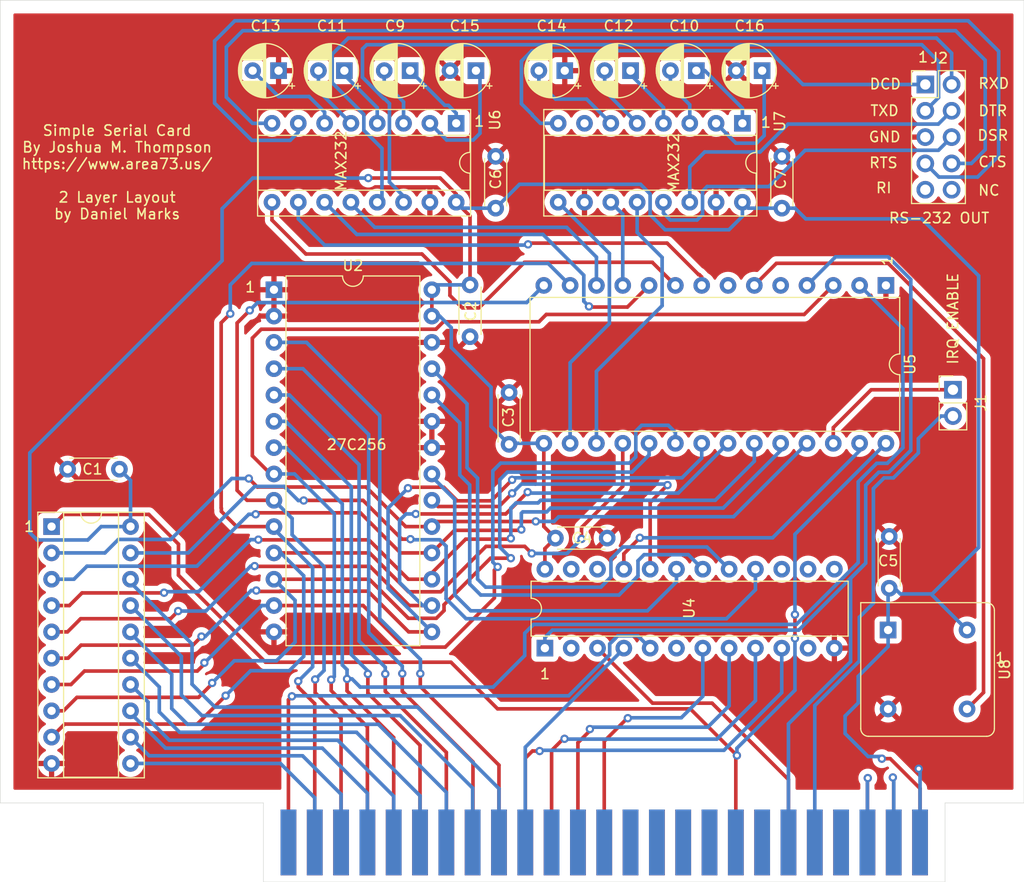
<source format=kicad_pcb>
(kicad_pcb (version 20221018) (generator pcbnew)
  (layers (0 "F.Cu" signal) (31 "B.Cu" signal) (34 "B.Paste" user) (35 "F.Paste" user) (36 "B.SilkS" user "B.Silkscreen") (37 "F.SilkS" user "F.Silkscreen") (38 "B.Mask" user) (39 "F.Mask" user) (44 "Edge.Cuts" user))
  (net 0 "")
  (net 1 "+5V")
  (net 2 "GND")
  (net 3 "Net-(U6-C1+)")
  (net 4 "Net-(U6-C1-)")
  (net 5 "Net-(U7-C1+)")
  (net 6 "Net-(U7-C1-)")
  (net 7 "Net-(U6-C2+)")
  (net 8 "Net-(U6-C2-)")
  (net 9 "Net-(U7-C2+)")
  (net 10 "Net-(U7-C2-)")
  (net 11 "Net-(U6-VS-)")
  (net 12 "Net-(U7-VS-)")
  (net 13 "Net-(U6-VS+)")
  (net 14 "Net-(U7-VS+)")
  (net 15 "Net-(J1-Pin_1)")
  (net 16 "~{IRQ}")
  (net 18 "~{IOSTRB}")
  (net 19 "R~{W}")
  (net 20 "A11")
  (net 21 "A10")
  (net 22 "A9")
  (net 23 "A8")
  (net 24 "A7")
  (net 25 "A6")
  (net 26 "A5")
  (net 27 "A4")
  (net 28 "A3")
  (net 29 "A2")
  (net 30 "A1")
  (net 31 "A0")
  (net 32 "~{IOSEL}")
  (net 33 "~{RES}")
  (net 34 "~{DEVSEL}")
  (net 35 "D0")
  (net 36 "D1")
  (net 37 "D2")
  (net 38 "D3")
  (net 39 "D4")
  (net 40 "D5")
  (net 41 "D6")
  (net 42 "D7")
  (net 43 "~{LATCHCE}")
  (net 44 "ROMA10")
  (net 45 "~{ROMOE}")
  (net 46 "ROMA9")
  (net 47 "ROMA8")
  (net 48 "SERCLK")
  (net 55 "PHI2")
  (net 56 "MD7")
  (net 57 "MD6")
  (net 58 "MD5")
  (net 59 "MD4")
  (net 60 "MD3")
  (net 61 "MD2")
  (net 62 "MD1")
  (net 63 "MD0")
  (net 64 "Net-(P1-~{INTIN})")
  (net 65 "Net-(P1-~{DMAIN})")
  (net 79 "Net-(U5-~{RTS})")
  (net 80 "Net-(U5-TxD)")
  (net 81 "Net-(U5-~{DTR})")
  (net 82 "Net-(U5-RxD)")
  (net 83 "Net-(U5-~{DCD})")
  (net 84 "Net-(U5-~{DSR})")
  (net 86 "Net-(U5-~{CTS})")
  (net 95 "/DCD")
  (net 96 "/RxD")
  (net 97 "/TxD")
  (net 98 "/DTR")
  (net 99 "/DSR")
  (net 100 "/RTS")
  (net 101 "/CTS")
  (footprint "Connector_PinHeader_2.54mm:PinHeader_2x05_P2.54mm_Vertical" (layer "F.Cu") (at 190.881 50.038)
    (fp_text reference "J2")
    (fp_text value "RS-232 OUT")
  )
  (footprint "Package_DIP:DIP-20_W7.62mm_Socket" (layer "F.Cu") (at 106.553 92.71)
    (fp_text reference "U1" hide)
    (fp_text value "74LS245" hide)
  )
  (footprint "Package_DIP:DIP-28_W15.24mm" (layer "F.Cu") (at 128.016 69.85)
    (fp_text reference "U2")
    (fp_text value "27C256")
  )
  (footprint "Package_DIP:DIP-16_W7.62mm_Socket" (layer "F.Cu") (at 173.228 53.7845 -90)
    (fp_text reference "U7")
    (fp_text value "MAX3232" hide)
  )
  (footprint "Capacitor_THT:C_Disc_D4.3mm_W1.9mm_P5.00mm" (layer "F.Cu") (at 146.94 69.38 -90)
    (fp_text reference "C2")
    (fp_text value "0.1u" hide)
  )
  (footprint "Capacitor_THT:C_Disc_D4.3mm_W1.9mm_P5.00mm" (layer "F.Cu") (at 150.71 84.77 90)
    (fp_text reference "C3")
    (fp_text value "0.1u" hide)
  )
  (footprint "Capacitor_THT:C_Disc_D4.3mm_W1.9mm_P5.00mm" (layer "F.Cu") (at 155.18 93.82)
    (fp_text reference "C4")
    (fp_text value "0.1u" hide)
  )
  (footprint "Capacitor_THT:C_Disc_D4.3mm_W1.9mm_P5.00mm" (layer "F.Cu") (at 187.4 98.66 90)
    (fp_text reference "C5")
    (fp_text value "0.1u" hide)
  )
  (footprint "Capacitor_THT:C_Disc_D4.3mm_W1.9mm_P5.00mm" (layer "F.Cu") (at 177.038 61.976 90)
    (fp_text reference "C7")
    (fp_text value "0.1u" hide)
  )
  (footprint "Capacitor_THT:CP_Radial_D5.0mm_P2.50mm" (layer "F.Cu") (at 162.433 48.7045 180)
    (fp_text reference "C12")
    (fp_text value "1u" hide)
  )
  (footprint "Capacitor_THT:CP_Radial_D5.0mm_P2.50mm" (layer "F.Cu") (at 128.4605 48.7045 180)
    (fp_text reference "C13")
    (fp_text value "1u" hide)
  )
  (footprint "Capacitor_THT:CP_Radial_D5.0mm_P2.50mm" (layer "F.Cu") (at 175.133 48.7045 180)
    (fp_text reference "C16")
    (fp_text value "1u" hide)
  )
  (footprint "Capacitor_THT:CP_Radial_D5.0mm_P2.50mm" (layer "F.Cu") (at 156.083 48.7045 180)
    (fp_text reference "C14")
    (fp_text value "1u" hide)
  )
  (footprint "Package_DIP:DIP-28_W15.24mm" (layer "F.Cu") (at 187.08 69.43 -90)
    (fp_text reference "U5")
    (fp_text value "W65C51NxP")
  )
  (footprint "Capacitor_THT:C_Disc_D4.3mm_W1.9mm_P5.00mm" (layer "F.Cu") (at 113.1 87.17 180)
    (fp_text reference "C1")
    (fp_text value "0.1u" hide)
  )
  (footprint "Capacitor_THT:CP_Radial_D5.0mm_P2.50mm" (layer "F.Cu") (at 141.1605 48.7045 180)
    (fp_text reference "C9")
    (fp_text value "1u" hide)
  )
  (footprint "Package_DIP:DIP-16_W7.62mm_Socket" (layer "F.Cu") (at 145.6055 53.7845 -90)
    (fp_text reference "U6")
    (fp_text value "MAX3232" hide)
  )
  (footprint "Capacitor_THT:C_Disc_D4.3mm_W1.9mm_P5.00mm" (layer "F.Cu") (at 149.4155 61.976 90)
    (fp_text reference "C6")
    (fp_text value "0.1u" hide)
  )
  (footprint "Capacitor_THT:CP_Radial_D5.0mm_P2.50mm" (layer "F.Cu") (at 147.5105 48.7045 180)
    (fp_text reference "C15")
    (fp_text value "1u" hide)
  )
  (footprint "Capacitor_THT:CP_Radial_D5.0mm_P2.50mm" (layer "F.Cu") (at 134.8105 48.7045 180)
    (fp_text reference "C11")
    (fp_text value "1u" hide)
  )
  (footprint "Capacitor_THT:CP_Radial_D5.0mm_P2.50mm" (layer "F.Cu") (at 168.783 48.7045 180)
    (fp_text reference "C10")
    (fp_text value "1u" hide)
  )
  (footprint "Apple2-Bus:Male_Card-Edge_50_pin__100_mil" (layer "F.Cu") (at 159.893 123.19)
    (fp_text reference "P1" hide)
    (fp_text value "A2Bus" hide)
  )
  (footprint "Package_DIP:DIP-24_W7.62mm" (layer "F.Cu") (at 154.165 104.44 90)
    (fp_text reference "U4")
    (fp_text value "GAL22V10D")
  )
  (footprint "Connector_PinHeader_2.54mm:PinHeader_1x02_P2.54mm_Vertical" (layer "F.Cu") (at 193.548 79.502)
    (fp_text reference "J1")
    (fp_text value "IRQ ENABLE")
  )
  (footprint "Oscillator:Oscillator_DIP-8" (layer "F.Cu") (at 187.29 102.69 -90)
    (fp_text reference "U8")
    (fp_text value "1.8432M")
  )
  (gr_line (start 127 127) (end 192.786 127) (stroke (width 0.05)) (layer "Edge.Cuts"))
  (gr_line (start 192.786 119.38) (end 200.406 119.38) (stroke (width 0.05)) (layer "Edge.Cuts"))
  (gr_line (start 127 119.38) (end 127 127) (stroke (width 0.05)) (layer "Edge.Cuts"))
  (gr_line (start 101.6 41.91) (end 101.6 119.38) (stroke (width 0.05)) (layer "Edge.Cuts"))
  (gr_line (start 101.6 41.91) (end 200.406 41.91) (stroke (width 0.05)) (layer "Edge.Cuts"))
  (gr_line (start 101.6 119.38) (end 127 119.38) (stroke (width 0.05)) (layer "Edge.Cuts"))
  (gr_line (start 200.406 41.91) (end 200.406 119.38) (stroke (width 0.05)) (layer "Edge.Cuts"))
  (gr_line (start 192.786 119.38) (end 192.786 127) (stroke (width 0.05)) (layer "Edge.Cuts"))
  (gr_text "TXD" (at 186.95 52.57) (layer "F.SilkS") (effects (font (size 1 1))))
  (gr_text "GND" (at 186.96 55.1) (layer "F.SilkS") (effects (font (size 1 1))))
  (gr_text "MAX232" (at 134.5 57.4 90) (layer "F.SilkS") (effects (font (size 1 1))))
  (gr_text "1" (at 104.394 92.71) (layer "F.SilkS") (effects (font (size 1 1))))
  (gr_text "MAX232" (at 166.6 57.6 90) (layer "F.SilkS") (effects (font (size 1 1))))
  (gr_text "RXD" (at 197.49 49.94) (layer "F.SilkS") (effects (font (size 1 1))))
  (gr_text "1" (at 154.178 106.934) (layer "F.SilkS") (effects (font (size 1 1))))
  (gr_text "NC" (at 197.02 60.26) (layer "F.SilkS") (effects (font (size 1 1))))
  (gr_text "Simple Serial Card\nBy Joshua M. Thompson\nhttps://www.area73.us/\n\n2 Layer Layout\nby Daniel Marks" (at 112.88 58.51) (layer "F.SilkS") (effects (font (size 1 1))))
  (gr_text "1" (at 175.5 53.7) (layer "F.SilkS") (effects (font (size 1 1))))
  (gr_text "CTS" (at 197.37 57.51) (layer "F.SilkS") (effects (font (size 1 1))))
  (gr_text "DTR" (at 197.4 52.58) (layer "F.SilkS") (effects (font (size 1 1))))
  (gr_text "1" (at 198.12 105.41) (layer "F.SilkS") (effects (font (size 1 1))))
  (gr_text "RI" (at 186.87 60.02) (layer "F.SilkS") (effects (font (size 1 1))))
  (gr_text "RTS" (at 186.84 57.6) (layer "F.SilkS") (effects (font (size 1 1))))
  (gr_text "1" (at 125.73 69.596) (layer "F.SilkS") (effects (font (size 1 1))))
  (gr_text "DCD" (at 187.02 50) (layer "F.SilkS") (effects (font (size 1 1))))
  (gr_text "DSR" (at 197.4 54.95) (layer "F.SilkS") (effects (font (size 1 1))))
  (gr_text "1" (at 147.828 53.594) (layer "F.SilkS") (effects (font (size 1 1))))
  (gr_text "1" (at 187.198 67.056 90) (layer "F.SilkS") (effects (font (size 1 1))))
  (gr_text "1" (at 190.67 47.4) (layer "F.SilkS") (effects (font (size 1 1))))
  (segment (start 190.373 117.983) (end 190.373 123.19) (width 0.35) (layer "F.Cu") (net 1))
  (segment (start 137.12 59.07) (end 144.06 59.07) (width 0.35) (layer "F.Cu") (net 1))
  (segment (start 186.69 115.11) (end 187.5 115.11) (width 0.35) (layer "F.Cu") (net 1))
  (segment (start 143.256 69.85) (end 143.256 72.39) (width 0.35) (layer "F.Cu") (net 1))
  (segment (start 155.18 93.82) (end 154.165 94.835) (width 0.35) (layer "F.Cu") (net 1))
  (segment (start 146.94 69.38) (end 146.94 62.739) (width 0.35) (layer "F.Cu") (net 1))
  (segment (start 154.06 92.7) (end 155.18 93.82) (width 0.35) (layer "F.Cu") (net 1))
  (segment (start 145.6055 60.6155) (end 145.6055 61.4045) (width 0.35) (layer "F.Cu") (net 1))
  (segment (start 154.06 84.67) (end 154.06 92.7) (width 0.35) (layer "F.Cu") (net 1))
  (segment (start 154.165 94.835) (end 154.165 96.82) (width 0.35) (layer "F.Cu") (net 1))
  (segment (start 146.94 62.739) (end 145.6055 61.4045) (width 0.35) (layer "F.Cu") (net 1))
  (segment (start 187.5 115.11) (end 190.373 117.983) (width 0.35) (layer "F.Cu") (net 1))
  (segment (start 144.06 59.07) (end 145.6055 60.6155) (width 0.35) (layer "F.Cu") (net 1))
  (via (at 186.69 115.11) (size 0.8) (drill 0.4) (layers "F.Cu" "B.Cu") (net 1))
  (via (at 137.12 59.07) (size 0.8) (drill 0.4) (layers "F.Cu" "B.Cu") (net 1))
  (segment (start 173.228 62.762) (end 171.93 64.06) (width 0.35) (layer "B.Cu") (net 1))
  (segment (start 105.15 94) (end 104.45 93.3) (width 0.35) (layer "B.Cu") (net 1))
  (segment (start 114.173 88.243) (end 113.1 87.17) (width 0.35) (layer "B.Cu") (net 1))
  (segment (start 173.7995 61.976) (end 173.228 61.4045) (width 0.35) (layer "B.Cu") (net 1))
  (segment (start 165.77 64.06) (end 164.32 62.61) (width 0.35) (layer "B.Cu") (net 1))
  (segment (start 146.94 69.38) (end 143.726 69.38) (width 0.35) (layer "B.Cu") (net 1))
  (segment (start 178.306 61.976) (end 179.34 63.01) (width 0.35) (layer "B.Cu") (net 1))
  (segment (start 125.97 59.07) (end 137.12 59.07) (width 0.35) (layer "B.Cu") (net 1))
  (segment (start 177.038 61.976) (end 173.7995 61.976) (width 0.35) (layer "B.Cu") (net 1))
  (segment (start 123.01 67.04) (end 123.01 62.03) (width 0.35) (layer "B.Cu") (net 1))
  (segment (start 145.13 75.42) (end 145.13 73.512183) (width 0.35) (layer "B.Cu") (net 1))
  (segment (start 183.14 112.68) (end 183.14 110.992) (width 0.35) (layer "B.Cu") (net 1))
  (segment (start 110.05 94) (end 105.15 94) (width 0.35) (layer "B.Cu") (net 1))
  (segment (start 187.29 104.28) (end 187.29 102.69) (width 0.35) (layer "B.Cu") (net 1))
  (segment (start 150.71 84.77) (end 148.97 83.03) (width 0.35) (layer "B.Cu") (net 1))
  (segment (start 164.32 62.61) (end 164.32 60.6) (width 0.35) (layer "B.Cu") (net 1))
  (segment (start 149.4155 61.976) (end 146.177 61.976) (width 0.35) (layer "B.Cu") (net 1))
  (segment (start 196.03 68.5) (end 196.03 94.72) (width 0.35) (layer "B.Cu") (net 1))
  (segment (start 145.13 73.512183) (end 144.007817 72.39) (width 0.35) (layer "B.Cu") (net 1))
  (segment (start 184.404 107.166) (end 187.29 104.28) (width 0.35) (layer "B.Cu") (net 1))
  (segment (start 164.32 60.6) (end 163.39 59.67) (width 0.35) (layer "B.Cu") (net 1))
  (segment (start 144.007817 72.39) (end 143.256 72.39) (width 0.35) (layer "B.Cu") (net 1))
  (segment (start 187.29 102.69) (end 187.29 98.77) (width 0.35) (layer "B.Cu") (net 1))
  (segment (start 179.34 63.01) (end 190.54 63.01) (width 0.35) (layer "B.Cu") (net 1))
  (segment (start 111.34 92.71) (end 110.05 94) (width 0.35) (layer "B.Cu") (net 1))
  (segment (start 151.7215 59.67) (end 149.4155 61.976) (width 0.35) (layer "B.Cu") (net 1))
  (segment (start 123.01 62.03) (end 125.97 59.07) (width 0.35) (layer "B.Cu") (net 1))
  (segment (start 186.48 114.9) (end 185.36 114.9) (width 0.35) (layer "B.Cu") (net 1))
  (segment (start 104.45 85.6) (end 123.01 67.04) (width 0.35) (layer "B.Cu") (net 1))
  (segment (start 163.39 59.67) (end 151.7215 59.67) (width 0.35) (layer "B.Cu") (net 1))
  (segment (start 114.173 92.71) (end 111.34 92.71) (width 0.35) (layer "B.Cu") (net 1))
  (segment (start 191.54 99.32) (end 194.91 102.69) (width 0.35) (layer "B.Cu") (net 1))
  (segment (start 177.038 61.976) (end 178.306 61.976) (width 0.35) (layer "B.Cu") (net 1))
  (segment (start 184.404 109.728) (end 184.404 107.166) (width 0.35) (layer "B.Cu") (net 1))
  (segment (start 185.36 114.9) (end 183.14 112.68) (width 0.35) (layer "B.Cu") (net 1))
  (segment (start 173.228 61.4045) (end 173.228 62.762) (width 0.35) (layer "B.Cu") (net 1))
  (segment (start 143.726 69.38) (end 143.256 69.85) (width 0.35) (layer "B.Cu") (net 1))
  (segment (start 196.03 94.72) (end 191.54 99.21) (width 0.35) (layer "B.Cu") (net 1))
  (segment (start 191.54 99.21) (end 191.54 99.32) (width 0.35) (layer "B.Cu") (net 1))
  (segment (start 186.69 115.11) (end 186.48 114.9) (width 0.35) (layer "B.Cu") (net 1))
  (segment (start 154.06 84.67) (end 150.81 84.67) (width 0.35) (layer "B.Cu") (net 1))
  (segment (start 187.92 98.66) (end 188.47 99.21) (width 0.35) (layer "B.Cu") (net 1))
  (segment (start 183.14 110.992) (end 184.404 109.728) (width 0.35) (layer "B.Cu") (net 1))
  (segment (start 148.97 79.26) (end 145.13 75.42) (width 0.35) (layer "B.Cu") (net 1))
  (segment (start 171.93 64.06) (end 165.77 64.06) (width 0.35) (layer "B.Cu") (net 1))
  (segment (start 104.45 93.3) (end 104.45 85.6) (width 0.35) (layer "B.Cu") (net 1))
  (segment (start 148.97 83.03) (end 148.97 79.26) (width 0.35) (layer "B.Cu") (net 1))
  (segment (start 188.47 99.21) (end 191.54 99.21) (width 0.35) (layer "B.Cu") (net 1))
  (segment (start 146.177 61.976) (end 145.6055 61.4045) (width 0.35) (layer "B.Cu") (net 1))
  (segment (start 114.173 92.71) (end 114.173 88.243) (width 0.35) (layer "B.Cu") (net 1))
  (segment (start 190.54 63.01) (end 196.03 68.5) (width 0.35) (layer "B.Cu") (net 1))
  (segment (start 187.08 70.13) (end 187.08 69.43) (width 0.35) (layer "F.Cu") (net 2))
  (segment (start 187.77 113.96) (end 185.25 113.96) (width 0.35) (layer "F.Cu") (net 2))
  (segment (start 185.25 113.96) (end 182.105 110.815) (width 0.35) (layer "F.Cu") (net 2))
  (segment (start 190.246 116.078) (end 189.888 116.078) (width 0.35) (layer "F.Cu") (net 2))
  (segment (start 189.888 116.078) (end 187.77 113.96) (width 0.35) (layer "F.Cu") (net 2))
  (segment (start 182.105 110.815) (end 182.105 104.44) (width 0.35) (layer "F.Cu") (net 2))
  (via (at 190.246 116.078) (size 0.8) (drill 0.4) (layers "F.Cu" "B.Cu") (net 2))
  (segment (start 190.246 116.078) (end 190.373 116.205) (width 0.35) (layer "B.Cu") (net 2))
  (segment (start 190.373 116.205) (end 190.373 123.19) (width 0.35) (layer "B.Cu") (net 2))
  (segment (start 144.85 52.05) (end 145.6055 52.8055) (width 0.35) (layer "B.Cu") (net 3))
  (segment (start 145.6055 52.8055) (end 145.6055 53.7845) (width 0.35) (layer "B.Cu") (net 3))
  (segment (start 144.506 52.05) (end 144.85 52.05) (width 0.35) (layer "B.Cu") (net 3))
  (segment (start 141.1605 48.7045) (end 144.506 52.05) (width 0.35) (layer "B.Cu") (net 3))
  (segment (start 138.6605 48.7045) (end 138.6605 49.8605) (width 0.35) (layer "B.Cu") (net 4))
  (segment (start 138.6605 49.8605) (end 140.5255 51.7255) (width 0.35) (layer "B.Cu") (net 4))
  (segment (start 140.5255 51.7255) (end 140.5255 53.7845) (width 0.35) (layer "B.Cu") (net 4))
  (segment (start 169.6045 48.7045) (end 173.228 52.328) (width 0.35) (layer "B.Cu") (net 5))
  (segment (start 173.228 52.328) (end 173.228 53.7845) (width 0.35) (layer "B.Cu") (net 5))
  (segment (start 168.783 48.7045) (end 169.6045 48.7045) (width 0.35) (layer "B.Cu") (net 5))
  (segment (start 166.283 50.133) (end 168.148 51.998) (width 0.35) (layer "B.Cu") (net 6))
  (segment (start 166.283 48.7045) (end 166.283 50.133) (width 0.35) (layer "B.Cu") (net 6))
  (segment (start 168.148 51.998) (end 168.148 53.7845) (width 0.35) (layer "B.Cu") (net 6))
  (segment (start 134.8105 49.1105) (end 137.9855 52.2855) (width 0.35) (layer "B.Cu") (net 7))
  (segment (start 137.9855 52.2855) (end 137.9855 53.7845) (width 0.35) (layer "B.Cu") (net 7))
  (segment (start 132.3105 48.7045) (end 132.3105 50.6495) (width 0.35) (layer "B.Cu") (net 8))
  (segment (start 132.3105 50.6495) (end 135.4455 53.7845) (width 0.35) (layer "B.Cu") (net 8))
  (segment (start 162.433 49.083) (end 165.608 52.258) (width 0.35) (layer "B.Cu") (net 9))
  (segment (start 165.608 52.258) (end 165.608 53.7845) (width 0.35) (layer "B.Cu") (net 9))
  (segment (start 159.933 50.6495) (end 163.068 53.7845) (width 0.35) (layer "B.Cu") (net 10))
  (segment (start 159.933 48.7045) (end 159.933 50.6495) (width 0.35) (layer "B.Cu") (net 10))
  (segment (start 132.9055 52.7055) (end 132.9055 53.7845) (width 0.35) (layer "B.Cu") (net 11))
  (segment (start 131.4 51.2) (end 132.9055 52.7055) (width 0.35) (layer "B.Cu") (net 11))
  (segment (start 128.456 51.2) (end 131.4 51.2) (width 0.35) (layer "B.Cu") (net 11))
  (segment (start 125.9605 48.7045) (end 128.456 51.2) (width 0.35) (layer "B.Cu") (net 11))
  (segment (start 155.2 51.45) (end 153.583 49.833) (width 0.35) (layer "B.Cu") (net 12))
  (segment (start 158.1935 51.45) (end 155.2 51.45) (width 0.35) (layer "B.Cu") (net 12))
  (segment (start 160.528 53.7845) (end 158.1935 51.45) (width 0.35) (layer "B.Cu") (net 12))
  (segment (start 153.583 49.833) (end 153.583 48.7045) (width 0.35) (layer "B.Cu") (net 12))
  (segment (start 147.25 55.4) (end 147.9 54.75) (width 0.35) (layer "B.Cu") (net 13))
  (segment (start 147.9 54.75) (end 147.9 49.094) (width 0.35) (layer "B.Cu") (net 13))
  (segment (start 143.0655 53.7845) (end 144.681 55.4) (width 0.35) (layer "B.Cu") (net 13))
  (segment (start 144.681 55.4) (end 147.25 55.4) (width 0.35) (layer "B.Cu") (net 13))
  (segment (start 175.33 54.97) (end 175.33 48.9015) (width 0.35) (layer "B.Cu") (net 14))
  (segment (start 174.6 55.7) (end 175.33 54.97) (width 0.35) (layer "B.Cu") (net 14))
  (segment (start 170.688 53.7845) (end 172.6035 55.7) (width 0.35) (layer "B.Cu") (net 14))
  (segment (start 172.6035 55.7) (end 174.6 55.7) (width 0.35) (layer "B.Cu") (net 14))
  (segment (start 185.658 79.502) (end 193.548 79.502) (width 0.35) (layer "F.Cu") (net 15))
  (segment (start 182 83.16) (end 185.658 79.502) (width 0.35) (layer "F.Cu") (net 15))
  (segment (start 182 84.67) (end 182 83.16) (width 0.35) (layer "F.Cu") (net 15))
  (segment (start 180.213 109.987) (end 180.213 123.19) (width 0.35) (layer "B.Cu") (net 16))
  (segment (start 193.548 82.042) (end 192.388 82.042) (width 0.35) (layer "B.Cu") (net 16))
  (segment (start 187.80048 88.00952) (end 186.90048 88.00952) (width 0.35) (layer "B.Cu") (net 16))
  (segment (start 185.87 100.1) (end 184.51 101.46) (width 0.35) (layer "B.Cu") (net 16))
  (segment (start 190.21 85.6) (end 187.80048 88.00952) (width 0.35) (layer "B.Cu") (net 16))
  (segment (start 186.90048 88.00952) (end 185.87 89.04) (width 0.35) (layer "B.Cu") (net 16))
  (segment (start 185.87 89.04) (end 185.87 100.1) (width 0.35) (layer "B.Cu") (net 16))
  (segment (start 190.21 84.22) (end 190.21 85.6) (width 0.35) (layer "B.Cu") (net 16))
  (segment (start 184.51 105.69) (end 180.213 109.987) (width 0.35) (layer "B.Cu") (net 16))
  (segment (start 184.51 101.46) (end 184.51 105.69) (width 0.35) (layer "B.Cu") (net 16))
  (segment (start 192.388 82.042) (end 190.21 84.22) (width 0.35) (layer "B.Cu") (net 16))
  (segment (start 164.555 109.75) (end 170.3 109.75) (width 0.35) (layer "F.Cu") (net 18))
  (segment (start 170.3 109.75) (end 177.673 117.123) (width 0.35) (layer "F.Cu") (net 18))
  (segment (start 159.245 104.44) (end 164.555 109.75) (width 0.35) (layer "F.Cu") (net 18))
  (segment (start 177.673 117.123) (end 177.673 123.19) (width 0.35) (layer "F.Cu") (net 18))
  (segment (start 172.7 114.8) (end 172.593 114.907) (width 0.35) (layer "F.Cu") (net 19))
  (segment (start 118.8 94.4) (end 118.8 97.4) (width 0.35) (layer "F.Cu") (net 19))
  (segment (start 149.6 110.3) (end 168.2 110.3) (width 0.35) (layer "F.Cu") (net 19))
  (segment (start 178.3 103.5) (end 178.3 101.2) (width 0.35) (layer "F.Cu") (net 19))
  (segment (start 106.553 92.71) (end 107.728 91.535) (width 0.35) (layer "F.Cu") (net 19))
  (segment (start 172.593 114.907) (end 172.593 123.19) (width 0.35) (layer "F.Cu") (net 19))
  (segment (start 115.935 91.535) (end 118.8 94.4) (width 0.35) (layer "F.Cu") (net 19))
  (segment (start 107.728 91.535) (end 115.935 91.535) (width 0.35) (layer "F.Cu") (net 19))
  (segment (start 145.1 105.8) (end 149.6 110.3) (width 0.35) (layer "F.Cu") (net 19))
  (segment (start 118.8 97.4) (end 127.2 105.8) (width 0.35) (layer "F.Cu") (net 19))
  (segment (start 168.2 110.3) (end 172.7 114.8) (width 0.35) (layer "F.Cu") (net 19))
  (segment (start 127.2 105.8) (end 145.1 105.8) (width 0.35) (layer "F.Cu") (net 19))
  (via (at 178.3 101.2) (size 0.8) (drill 0.4) (layers "F.Cu" "B.Cu") (net 19))
  (via (at 178.3 103.5) (size 0.8) (drill 0.4) (layers "F.Cu" "B.Cu") (net 19))
  (via (at 172.7 114.8) (size 0.8) (drill 0.4) (layers "F.Cu" "B.Cu") (net 19))
  (segment (start 178.3 93.45) (end 187.08 84.67) (width 0.35) (layer "B.Cu") (net 19))
  (segment (start 178.3 103.5) (end 178.3 108.5) (width 0.35) (layer "B.Cu") (net 19))
  (segment (start 178.3 93.45) (end 178.3 101.2) (width 0.35) (layer "B.Cu") (net 19))
  (segment (start 172.7 114.1) (end 178.3 108.5) (width 0.35) (layer "B.Cu") (net 19))
  (segment (start 172.7 114.1) (end 172.7 114.8) (width 0.35) (layer "B.Cu") (net 19))
  (segment (start 162.12 111.2) (end 159.893 113.427) (width 0.35) (layer "F.Cu") (net 20))
  (segment (start 159.893 113.427) (end 159.893 123.19) (width 0.35) (layer "F.Cu") (net 20))
  (segment (start 162.17 111.2) (end 162.12 111.2) (width 0.35) (layer "F.Cu") (net 20))
  (via (at 162.17 111.2) (size 0.8) (drill 0.4) (layers "F.Cu" "B.Cu") (net 20))
  (segment (start 162.21 111.16) (end 167.33 111.16) (width 0.35) (layer "B.Cu") (net 20))
  (segment (start 162.17 111.2) (end 162.21 111.16) (width 0.35) (layer "B.Cu") (net 20))
  (segment (start 167.33 111.16) (end 169.405 109.085) (width 0.35) (layer "B.Cu") (net 20))
  (segment (start 169.405 109.085) (end 169.405 104.44) (width 0.35) (layer "B.Cu") (net 20))
  (segment (start 158.51 112.25) (end 158.51 112.41) (width 0.35) (layer "F.Cu") (net 21))
  (segment (start 158.51 112.41) (end 157.353 113.567) (width 0.35) (layer "F.Cu") (net 21))
  (segment (start 157.353 113.567) (end 157.353 123.19) (width 0.35) (layer "F.Cu") (net 21))
  (via (at 158.51 112.25) (size 0.8) (drill 0.4) (layers "F.Cu" "B.Cu") (net 21))
  (segment (start 171.945 110.005) (end 171.945 104.44) (width 0.35) (layer "B.Cu") (net 21))
  (segment (start 158.51 112.25) (end 158.69 112.07) (width 0.35) (layer "B.Cu") (net 21))
  (segment (start 158.69 112.07) (end 169.88 112.07) (width 0.35) (layer "B.Cu") (net 21))
  (segment (start 169.88 112.07) (end 171.945 110.005) (width 0.35) (layer "B.Cu") (net 21))
  (segment (start 154.813 114.317) (end 154.813 123.19) (width 0.35) (layer "F.Cu") (net 22))
  (segment (start 155.94 113.19) (end 154.813 114.317) (width 0.35) (layer "F.Cu") (net 22))
  (segment (start 156.06 113.19) (end 155.94 113.19) (width 0.35) (layer "F.Cu") (net 22))
  (via (at 156.06 113.19) (size 0.8) (drill 0.4) (layers "F.Cu" "B.Cu") (net 22))
  (segment (start 156.09 113.22) (end 170.77 113.22) (width 0.35) (layer "B.Cu") (net 22))
  (segment (start 174.485 109.505) (end 174.485 104.44) (width 0.35) (layer "B.Cu") (net 22))
  (segment (start 170.77 113.22) (end 174.485 109.505) (width 0.35) (layer "B.Cu") (net 22))
  (segment (start 156.06 113.19) (end 156.09 113.22) (width 0.35) (layer "B.Cu") (net 22))
  (segment (start 153.66 114.37) (end 152.96 114.37) (width 0.35) (layer "F.Cu") (net 23))
  (segment (start 152.96 114.37) (end 152.273 115.057) (width 0.35) (layer "F.Cu") (net 23))
  (segment (start 152.273 115.057) (end 152.273 123.19) (width 0.35) (layer "F.Cu") (net 23))
  (via (at 153.66 114.37) (size 0.8) (drill 0.4) (layers "F.Cu" "B.Cu") (net 23))
  (segment (start 153.66 114.37) (end 153.73 114.3) (width 0.35) (layer "B.Cu") (net 23))
  (segment (start 177.025 108.725) (end 177.025 104.44) (width 0.35) (layer "B.Cu") (net 23))
  (segment (start 171.45 114.3) (end 177.025 108.725) (width 0.35) (layer "B.Cu") (net 23))
  (segment (start 153.73 114.3) (end 171.45 114.3) (width 0.35) (layer "B.Cu") (net 23))
  (segment (start 142.14 108.14) (end 149.733 115.733) (width 0.35) (layer "F.Cu") (net 24))
  (segment (start 142.14 106.9) (end 142.14 108.14) (width 0.35) (layer "F.Cu") (net 24))
  (segment (start 149.733 115.733) (end 149.733 123.19) (width 0.35) (layer "F.Cu") (net 24))
  (via (at 142.14 106.9) (size 0.8) (drill 0.4) (layers "F.Cu" "B.Cu") (net 24))
  (segment (start 142.15 106.89) (end 142.15 105.525) (width 0.35) (layer "B.Cu") (net 24))
  (segment (start 142.15 105.525) (end 138.225 101.6) (width 0.35) (layer "B.Cu") (net 24))
  (segment (start 142.14 106.9) (end 142.15 106.89) (width 0.35) (layer "B.Cu") (net 24))
  (segment (start 138.225 82) (end 131.155 74.93) (width 0.35) (layer "B.Cu") (net 24))
  (segment (start 138.225 101.6) (end 138.225 82) (width 0.35) (layer "B.Cu") (net 24))
  (segment (start 131.155 74.93) (end 128.016 74.93) (width 0.35) (layer "B.Cu") (net 24))
  (segment (start 147.225 115.425) (end 147.225 123.158) (width 0.35) (layer "F.Cu") (net 25))
  (segment (start 140.4 108.6) (end 147.225 115.425) (width 0.35) (layer "F.Cu") (net 25))
  (segment (start 140.4 106.89) (end 140.4 108.6) (width 0.35) (layer "F.Cu") (net 25))
  (via (at 140.4 106.89) (size 0.8) (drill 0.4) (layers "F.Cu" "B.Cu") (net 25))
  (segment (start 137.16 83.82) (end 130.81 77.47) (width 0.35) (layer "B.Cu") (net 25))
  (segment (start 130.81 77.47) (end 128.016 77.47) (width 0.35) (layer "B.Cu") (net 25))
  (segment (start 137.16 102.935) (end 137.16 83.82) (width 0.35) (layer "B.Cu") (net 25))
  (segment (start 140.4 106.89) (end 140.4 106.175) (width 0.35) (layer "B.Cu") (net 25))
  (segment (start 140.4 106.175) (end 137.16 102.935) (width 0.35) (layer "B.Cu") (net 25))
  (segment (start 138.76 108.61) (end 144.653 114.503) (width 0.35) (layer "F.Cu") (net 26))
  (segment (start 144.653 114.503) (end 144.653 123.19) (width 0.35) (layer "F.Cu") (net 26))
  (segment (start 138.76 106.93) (end 138.76 108.61) (width 0.35) (layer "F.Cu") (net 26))
  (via (at 138.76 106.93) (size 0.8) (drill 0.4) (layers "F.Cu" "B.Cu") (net 26))
  (segment (start 138.76 106.93) (end 138.76 106.285) (width 0.35) (layer "B.Cu") (net 26))
  (segment (start 136.23 86.73) (end 129.51 80.01) (width 0.35) (layer "B.Cu") (net 26))
  (segment (start 138.76 106.285) (end 136.23 103.755) (width 0.35) (layer "B.Cu") (net 26))
  (segment (start 136.23 103.755) (end 136.23 86.73) (width 0.35) (layer "B.Cu") (net 26))
  (segment (start 129.51 80.01) (end 128.016 80.01) (width 0.35) (layer "B.Cu") (net 26))
  (segment (start 142.113 113.813) (end 142.113 123.19) (width 0.35) (layer "F.Cu") (net 27))
  (segment (start 137.08 108.78) (end 142.113 113.813) (width 0.35) (layer "F.Cu") (net 27))
  (segment (start 137.08 106.93) (end 137.08 108.78) (width 0.35) (layer "F.Cu") (net 27))
  (via (at 137.08 106.93) (size 0.8) (drill 0.4) (layers "F.Cu" "B.Cu") (net 27))
  (segment (start 137.08 106.655) (end 135.48 105.055) (width 0.35) (layer "B.Cu") (net 27))
  (segment (start 137.08 106.93) (end 137.08 106.655) (width 0.35) (layer "B.Cu") (net 27))
  (segment (start 129.15 82.55) (end 128.016 82.55) (width 0.35) (layer "B.Cu") (net 27))
  (segment (start 135.48 105.055) (end 135.48 88.88) (width 0.35) (layer "B.Cu") (net 27))
  (segment (start 135.48 88.88) (end 129.15 82.55) (width 0.35) (layer "B.Cu") (net 27))
  (segment (start 139.573 113.073) (end 139.573 123.19) (width 0.35) (layer "F.Cu") (net 28))
  (segment (start 135.07 107.41) (end 135.07 108.57) (width 0.35) (layer "F.Cu") (net 28))
  (segment (start 135.07 108.57) (end 139.573 113.073) (width 0.35) (layer "F.Cu") (net 28))
  (via (at 135.07 107.41) (size 0.8) (drill 0.4) (layers "F.Cu" "B.Cu") (net 28))
  (segment (start 152.22 103) (end 153.07 102.15) (width 0.35) (layer "B.Cu") (net 28))
  (segment (start 184.404 96.182701) (end 184.404 88.392) (width 0.35) (layer "B.Cu") (net 28))
  (segment (start 135.07 107.41) (end 135.55 107.41) (width 0.35) (layer "B.Cu") (net 28))
  (segment (start 149.17 108.2) (end 152.22 105.15) (width 0.35) (layer "B.Cu") (net 28))
  (segment (start 184.404 88.392) (end 186.196 86.6) (width 0.35) (layer "B.Cu") (net 28))
  (segment (start 152.22 105.15) (end 152.22 103) (width 0.35) (layer "B.Cu") (net 28))
  (segment (start 135.07 106.52) (end 134.61 106.06) (width 0.35) (layer "B.Cu") (net 28))
  (segment (start 188.722 85.09) (end 188.722 73.612) (width 0.35) (layer "B.Cu") (net 28))
  (segment (start 187.212 86.6) (end 188.722 85.09) (width 0.35) (layer "B.Cu") (net 28))
  (segment (start 135.07 107.41) (end 135.07 106.52) (width 0.35) (layer "B.Cu") (net 28))
  (segment (start 129.19 85.09) (end 128.016 85.09) (width 0.35) (layer "B.Cu") (net 28))
  (segment (start 186.196 86.6) (end 187.212 86.6) (width 0.35) (layer "B.Cu") (net 28))
  (segment (start 178.436701 102.15) (end 184.404 96.182701) (width 0.35) (layer "B.Cu") (net 28))
  (segment (start 134.61 90.51) (end 129.19 85.09) (width 0.35) (layer "B.Cu") (net 28))
  (segment (start 153.07 102.15) (end 178.436701 102.15) (width 0.35) (layer "B.Cu") (net 28))
  (segment (start 134.61 106.06) (end 134.61 90.51) (width 0.35) (layer "B.Cu") (net 28))
  (segment (start 135.55 107.41) (end 136.34 108.2) (width 0.35) (layer "B.Cu") (net 28))
  (segment (start 188.722 73.612) (end 184.54 69.43) (width 0.35) (layer "B.Cu") (net 28))
  (segment (start 136.34 108.2) (end 149.17 108.2) (width 0.35) (layer "B.Cu") (net 28))
  (segment (start 153.595 72.94) (end 144.367701 72.94) (width 0.35) (layer "F.Cu") (net 29))
  (segment (start 126.79 73.66) (end 143.647701 73.66) (width 0.35) (layer "F.Cu") (net 29))
  (segment (start 137.033 112.033) (end 137.033 123.19) (width 0.35) (layer "F.Cu") (net 29))
  (segment (start 133.54 107.49) (end 133.54 108.54) (width 0.35) (layer "F.Cu") (net 29))
  (segment (start 179.195 72.235) (end 154.3 72.235) (width 0.35) (layer "F.Cu") (net 29))
  (segment (start 126.79 73.66) (end 125.93 74.52) (width 0.35) (layer "F.Cu") (net 29))
  (segment (start 125.93 85.87) (end 127.69 87.63) (width 0.35) (layer "F.Cu") (net 29))
  (segment (start 154.3 72.235) (end 153.595 72.94) (width 0.35) (layer "F.Cu") (net 29))
  (segment (start 182 69.43) (end 179.195 72.235) (width 0.35) (layer "F.Cu") (net 29))
  (segment (start 144.367701 72.94) (end 143.647701 73.66) (width 0.35) (layer "F.Cu") (net 29))
  (segment (start 133.54 108.54) (end 137.033 112.033) (width 0.35) (layer "F.Cu") (net 29))
  (segment (start 125.93 74.52) (end 125.93 85.87) (width 0.35) (layer "F.Cu") (net 29))
  (via (at 133.54 107.49) (size 0.8) (drill 0.4) (layers "F.Cu" "B.Cu") (net 29))
  (segment (start 133.84 91.47) (end 130 87.63) (width 0.35) (layer "B.Cu") (net 29))
  (segment (start 133.84 107.19) (end 133.84 91.47) (width 0.35) (layer "B.Cu") (net 29))
  (segment (start 130 87.63) (end 128.016 87.63) (width 0.35) (layer "B.Cu") (net 29))
  (segment (start 133.54 107.49) (end 133.84 107.19) (width 0.35) (layer "B.Cu") (net 29))
  (segment (start 124.46 73.06) (end 124.46 89.21) (width 0.35) (layer "F.Cu") (net 30))
  (segment (start 125.42 90.17) (end 128.016 90.17) (width 0.35) (layer "F.Cu") (net 30))
  (segment (start 134.493 111.243) (end 134.493 123.19) (width 0.35) (layer "F.Cu") (net 30))
  (segment (start 131.99 108.74) (end 134.493 111.243) (width 0.35) (layer "F.Cu") (net 30))
  (segment (start 125.68 71.84) (end 124.46 73.06) (width 0.35) (layer "F.Cu") (net 30))
  (segment (start 131.99 107.46) (end 131.99 108.74) (width 0.35) (layer "F.Cu") (net 30))
  (segment (start 124.46 89.21) (end 125.42 90.17) (width 0.35) (layer "F.Cu") (net 30))
  (via (at 125.68 71.84) (size 0.8) (drill 0.4) (layers "F.Cu" "B.Cu") (net 30))
  (via (at 131.99 107.46) (size 0.8) (drill 0.4) (layers "F.Cu" "B.Cu") (net 30))
  (segment (start 132.85 106.6) (end 132.85 96.58) (width 0.35) (layer "B.Cu") (net 30))
  (segment (start 126.43 71.09) (end 125.68 71.84) (width 0.35) (layer "B.Cu") (net 30))
  (segment (start 131.99 107.46) (end 132.85 106.6) (width 0.35) (layer "B.Cu") (net 30))
  (segment (start 152.41 71.08) (end 143.07 71.08) (width 0.35) (layer "B.Cu") (net 30))
  (segment (start 129.77 91.924) (end 128.016 90.17) (width 0.35) (layer "B.Cu") (net 30))
  (segment (start 126.43 71.09) (end 143.06 71.09) (width 0.35) (layer "B.Cu") (net 30))
  (segment (start 154.06 69.43) (end 152.41 71.08) (width 0.35) (layer "B.Cu") (net 30))
  (segment (start 143.07 71.08) (end 143.06 71.09) (width 0.35) (layer "B.Cu") (net 30))
  (segment (start 129.77 93.5) (end 129.77 91.924) (width 0.35) (layer "B.Cu") (net 30))
  (segment (start 132.85 96.58) (end 129.77 93.5) (width 0.35) (layer "B.Cu") (net 30))
  (segment (start 122.94 91.24) (end 122.94 90.94) (width 0.35) (layer "F.Cu") (net 31))
  (segment (start 128.016 92.71) (end 124.41 92.71) (width 0.35) (layer "F.Cu") (net 31))
  (segment (start 130.36 107.63) (end 130.36 108.205325) (width 0.35) (layer "F.Cu") (net 31))
  (segment (start 131.953 109.798325) (end 131.953 123.19) (width 0.35) (layer "F.Cu") (net 31))
  (segment (start 122.92 73.04) (end 123.8 72.16) (width 0.35) (layer "F.Cu") (net 31))
  (segment (start 122.94 90.94) (end 122.92 90.92) (width 0.35) (layer "F.Cu") (net 31))
  (segment (start 124.41 92.71) (end 122.94 91.24) (width 0.35) (layer "F.Cu") (net 31))
  (segment (start 130.36 108.205325) (end 131.953 109.798325) (width 0.35) (layer "F.Cu") (net 31))
  (segment (start 122.92 90.92) (end 122.92 73.04) (width 0.35) (layer "F.Cu") (net 31))
  (via (at 123.8 72.16) (size 0.8) (drill 0.4) (layers "F.Cu" "B.Cu") (net 31))
  (via (at 130.36 107.63) (size 0.8) (drill 0.4) (layers "F.Cu" "B.Cu") (net 31))
  (segment (start 131.75 96.67) (end 128.016 92.936) (width 0.35) (layer "B.Cu") (net 31))
  (segment (start 123.8 69.38) (end 123.8 72.16) (width 0.35) (layer "B.Cu") (net 31))
  (segment (start 131.75 106.24) (end 131.75 96.67) (width 0.35) (layer "B.Cu") (net 31))
  (segment (start 154.48 67.31) (end 125.87 67.31) (width 0.35) (layer "B.Cu") (net 31))
  (segment (start 125.87 67.31) (end 123.8 69.38) (width 0.35) (layer "B.Cu") (net 31))
  (segment (start 156.6 69.43) (end 154.48 67.31) (width 0.35) (layer "B.Cu") (net 31))
  (segment (start 130.36 107.63) (end 131.75 106.24) (width 0.35) (layer "B.Cu") (net 31))
  (segment (start 129.75 109.09) (end 129.413 109.427) (width 0.35) (layer "F.Cu") (net 32))
  (segment (start 129.413 109.427) (end 129.413 123.19) (width 0.35) (layer "F.Cu") (net 32))
  (via (at 129.75 109.09) (size 0.8) (drill 0.4) (layers "F.Cu" "B.Cu") (net 32))
  (segment (start 160.42 105.08) (end 160.42 104.03) (width 0.35) (layer "B.Cu") (net 32))
  (segment (start 160.61 103.852) (end 161 103.462) (width 0.35) (layer "B.Cu") (net 32))
  (segment (start 160.42 104.03) (end 161.2 103.25) (width 0.35) (layer "B.Cu") (net 32))
  (segment (start 163.135 103.25) (end 164.325 104.44) (width 0.35) (layer "B.Cu") (net 32))
  (segment (start 129.8 109.04) (end 129.75 109.09) (width 0.35) (layer "B.Cu") (net 32))
  (segment (start 161.2 103.25) (end 163.135 103.25) (width 0.35) (layer "B.Cu") (net 32))
  (segment (start 156.46 109.04) (end 160.42 105.08) (width 0.35) (layer "B.Cu") (net 32))
  (segment (start 129.8 109.04) (end 156.46 109.04) (width 0.35) (layer "B.Cu") (net 32))
  (segment (start 184.93226 96.43226) (end 185.13 96.234519) (width 0.35) (layer "B.Cu") (net 33))
  (segment (start 186.39 87.46) (end 187.368 87.46) (width 0.35) (layer "B.Cu") (net 33))
  (segment (start 185.13 88.72) (end 186.39 87.46) (width 0.35) (layer "B.Cu") (net 33))
  (segment (start 183.67 101.5) (end 183.67 100.875) (width 0.35) (layer "B.Cu") (net 33))
  (segment (start 178.664519 102.7) (end 184.93226 96.43226) (width 0.35) (layer "B.Cu") (net 33))
  (segment (start 177.673 111.749182) (end 183.67 105.752182) (width 0.35) (layer "B.Cu") (net 33))
  (segment (start 189.48 68.86) (end 187.29 66.67) (width 0.35) (layer "B.Cu") (net 33))
  (segment (start 189.48 85.348) (end 189.48 68.86) (width 0.35) (layer "B.Cu") (net 33))
  (segment (start 183.67 97.69452) (end 184.93226 96.43226) (width 0.35) (layer "B.Cu") (net 33))
  (segment (start 154.165 104.44) (end 154.165 103.415) (width 0.35) (layer "B.Cu") (net 33))
  (segment (start 185.13 96.234519) (end 185.13 96.2) (width 0.35) (layer "B.Cu") (net 33))
  (segment (start 154.165 103.415) (end 154.88 102.7) (width 0.35) (layer "B.Cu") (net 33))
  (segment (start 187.29 66.67) (end 182.22 66.67) (width 0.35) (layer "B.Cu") (net 33))
  (segment (start 183.67 105.752182) (end 183.67 101.5) (width 0.35) (layer "B.Cu") (net 33))
  (segment (start 154.88 102.7) (end 178.664519 102.7) (width 0.35) (layer "B.Cu") (net 33))
  (segment (start 185.13 96.2) (end 185.13 88.72) (width 0.35) (layer "B.Cu") (net 33))
  (segment (start 183.67 101.5) (end 183.67 97.69452) (width 0.35) (layer "B.Cu") (net 33))
  (segment (start 182.22 66.67) (end 179.46 69.43) (width 0.35) (layer "B.Cu") (net 33))
  (segment (start 187.368 87.46) (end 189.48 85.348) (width 0.35) (layer "B.Cu") (net 33))
  (segment (start 177.673 111.749182) (end 177.673 123.19) (width 0.35) (layer "B.Cu") (net 33))
  (segment (start 152.273 123.19) (end 152.273 114.004818) (width 0.35) (layer "B.Cu") (net 34))
  (segment (start 152.273 114.004818) (end 161.785 104.492818) (width 0.35) (layer "B.Cu") (net 34))
  (segment (start 141 99) (end 144.1 99) (width 0.35) (layer "F.Cu") (net 35))
  (segment (start 128.016 95.25) (end 137.25 95.25) (width 0.35) (layer "F.Cu") (net 35))
  (segment (start 107.813 111.77) (end 120.61 111.77) (width 0.35) (layer "F.Cu") (net 35))
  (segment (start 161.68 84.67) (end 161.68 88.82) (width 0.35) (layer "F.Cu") (net 35))
  (segment (start 148.4805 94.6195) (end 152.2195 94.6195) (width 0.35) (layer "F.Cu") (net 35))
  (segment (start 106.553 113.03) (end 107.813 111.77) (width 0.35) (layer "F.Cu") (net 35))
  (segment (start 152.2195 94.6195) (end 152.9 95.3) (width 0.35) (layer "F.Cu") (net 35))
  (segment (start 137.25 95.25) (end 141 99) (width 0.35) (layer "F.Cu") (net 35))
  (segment (start 144.1 99) (end 148.4805 94.6195) (width 0.35) (layer "F.Cu") (net 35))
  (segment (start 161.68 88.82) (end 157.7 92.8) (width 0.35) (layer "F.Cu") (net 35))
  (segment (start 157.7 92.8) (end 157.7 93.9) (width 0.35) (layer "F.Cu") (net 35))
  (segment (start 120.61 111.77) (end 123.35 109.03) (width 0.35) (layer "F.Cu") (net 35))
  (via (at 152.9 95.3) (size 0.8) (drill 0.4) (layers "F.Cu" "B.Cu") (net 35))
  (via (at 123.35 109.03) (size 0.8) (drill 0.4) (layers "F.Cu" "B.Cu") (net 35))
  (via (at 157.7 93.9) (size 0.8) (drill 0.4) (layers "F.Cu" "B.Cu") (net 35))
  (segment (start 123.35 109.03) (end 125.76 106.62) (width 0.35) (layer "B.Cu") (net 35))
  (segment (start 156.3 95.3) (end 157.7 93.9) (width 0.35) (layer "B.Cu") (net 35))
  (segment (start 128.68 95.25) (end 128.016 95.25) (width 0.35) (layer "B.Cu") (net 35))
  (segment (start 129.5 106.62) (end 130.89 105.23) (width 0.35) (layer "B.Cu") (net 35))
  (segment (start 130.89 97.46) (end 128.68 95.25) (width 0.35) (layer "B.Cu") (net 35))
  (segment (start 125.76 106.62) (end 129.5 106.62) (width 0.35) (layer "B.Cu") (net 35))
  (segment (start 152.9 95.3) (end 156.3 95.3) (width 0.35) (layer "B.Cu") (net 35))
  (segment (start 130.89 105.23) (end 130.89 97.46) (width 0.35) (layer "B.Cu") (net 35))
  (segment (start 140.99 101.56) (end 137.22 97.79) (width 0.35) (layer "F.Cu") (net 36))
  (segment (start 144.430511 100.816499) (end 143.68701 101.56) (width 0.35) (layer "F.Cu") (net 36))
  (segment (start 137.22 97.79) (end 128.016 97.79) (width 0.35) (layer "F.Cu") (net 36))
  (segment (start 122.05 107.88) (end 120.74 109.19) (width 0.35) (layer "F.Cu") (net 36))
  (segment (start 120.74 109.19) (end 109 109.19) (width 0.35) (layer "F.Cu") (net 36))
  (segment (start 143.68701 101.56) (end 140.99 101.56) (width 0.35) (layer "F.Cu") (net 36))
  (segment (start 107.7 110.49) (end 106.553 110.49) (width 0.35) (layer "F.Cu") (net 36))
  (segment (start 148.922 95.758) (end 144.430511 100.249489) (width 0.35) (layer "F.Cu") (net 36))
  (segment (start 109 109.19) (end 107.7 110.49) (width 0.35) (layer "F.Cu") (net 36))
  (segment (start 122.05 107.8) (end 122.05 107.88) (width 0.35) (layer "F.Cu") (net 36))
  (segment (start 144.430511 100.249489) (end 144.430511 100.816499) (width 0.35) (layer "F.Cu") (net 36))
  (segment (start 150.876 95.758) (end 148.922 95.758) (width 0.35) (layer "F.Cu") (net 36))
  (via (at 122.05 107.8) (size 0.8) (drill 0.4) (layers "F.Cu" "B.Cu") (net 36))
  (via (at 150.876 95.758) (size 0.8) (drill 0.4) (layers "F.Cu" "B.Cu") (net 36))
  (segment (start 149.81 94.692) (end 149.81 88.188) (width 0.35) (layer "B.Cu") (net 36))
  (segment (start 130.05 99.824) (end 128.016 97.79) (width 0.35) (layer "B.Cu") (net 36))
  (segment (start 150.876 95.758) (end 149.81 94.692) (width 0.35) (layer "B.Cu") (net 36))
  (segment (start 162.57137 87.45) (end 164.22 85.80137) (width 0.35) (layer "B.Cu") (net 36))
  (segment (start 130.05 103.87) (end 130.05 99.824) (width 0.35) (layer "B.Cu") (net 36))
  (segment (start 124.19 105.66) (end 128.26 105.66) (width 0.35) (layer "B.Cu") (net 36))
  (segment (start 128.26 105.66) (end 130.05 103.87) (width 0.35) (layer "B.Cu") (net 36))
  (segment (start 164.22 85.80137) (end 164.22 84.67) (width 0.35) (layer "B.Cu") (net 36))
  (segment (start 150.548 87.45) (end 162.57137 87.45) (width 0.35) (layer "B.Cu") (net 36))
  (segment (start 149.81 88.188) (end 150.548 87.45) (width 0.35) (layer "B.Cu") (net 36))
  (segment (start 122.05 107.8) (end 124.19 105.66) (width 0.35) (layer "B.Cu") (net 36))
  (segment (start 149.29 96.916) (end 149.29 99.6) (width 0.35) (layer "F.Cu") (net 37))
  (segment (start 149.606 96.6) (end 149.29 96.916) (width 0.35) (layer "F.Cu") (net 37))
  (segment (start 149.29 99.6) (end 144.55 104.34) (width 0.35) (layer "F.Cu") (net 37))
  (segment (start 140.64 104.34) (end 136.63 100.33) (width 0.35) (layer "F.Cu") (net 37))
  (segment (start 121.3 105.97) (end 120.62 106.65) (width 0.35) (layer "F.Cu") (net 37))
  (segment (start 120.62 106.65) (end 109.73 106.65) (width 0.35) (layer "F.Cu") (net 37))
  (segment (start 108.43 107.95) (end 106.553 107.95) (width 0.35) (layer "F.Cu") (net 37))
  (segment (start 136.63 100.33) (end 128.016 100.33) (width 0.35) (layer "F.Cu") (net 37))
  (segment (start 109.73 106.65) (end 108.43 107.95) (width 0.35) (layer "F.Cu") (net 37))
  (segment (start 144.55 104.34) (end 140.64 104.34) (width 0.35) (layer "F.Cu") (net 37))
  (segment (start 121.3 105.85) (end 121.3 105.97) (width 0.35) (layer "F.Cu") (net 37))
  (via (at 149.606 96.6) (size 0.8) (drill 0.4) (layers "F.Cu" "B.Cu") (net 37))
  (via (at 121.3 105.85) (size 0.8) (drill 0.4) (layers "F.Cu" "B.Cu") (net 37))
  (segment (start 163.51 82.93) (end 166.07 82.93) (width 0.35) (layer "B.Cu") (net 37))
  (segment (start 126.84 100.33) (end 128.016 100.33) (width 0.35) (layer "B.Cu") (net 37))
  (segment (start 149.606 96.6) (end 149.14 96.134) (width 0.35) (layer "B.Cu") (net 37))
  (segment (start 121.32 105.85) (end 126.84 100.33) (width 0.35) (layer "B.Cu") (net 37))
  (segment (start 162.94 83.5) (end 163.51 82.93) (width 0.35) (layer "B.Cu") (net 37))
  (segment (start 162.94 85.97) (end 162.94 83.5) (width 0.35) (layer "B.Cu") (net 37))
  (segment (start 166.76 83.62) (end 166.76 84.67) (width 0.35) (layer "B.Cu") (net 37))
  (segment (start 162.33 86.58) (end 162.94 85.97) (width 0.35) (layer "B.Cu") (net 37))
  (segment (start 121.3 105.85) (end 121.32 105.85) (width 0.35) (layer "B.Cu") (net 37))
  (segment (start 149.14 87.334) (end 149.894 86.58) (width 0.35) (layer "B.Cu") (net 37))
  (segment (start 166.07 82.93) (end 166.76 83.62) (width 0.35) (layer "B.Cu") (net 37))
  (segment (start 149.14 96.134) (end 149.14 87.334) (width 0.35) (layer "B.Cu") (net 37))
  (segment (start 149.894 86.58) (end 162.33 86.58) (width 0.35) (layer "B.Cu") (net 37))
  (segment (start 137.09 98.94) (end 141.02 102.87) (width 0.35) (layer "F.Cu") (net 38))
  (segment (start 128.61 98.94) (end 137.09 98.94) (width 0.35) (layer "F.Cu") (net 38))
  (segment (start 145.71 90.22) (end 148.98 90.22) (width 0.35) (layer "F.Cu") (net 38))
  (segment (start 126.394511 98.964511) (end 128.585489 98.964511) (width 0.35) (layer "F.Cu") (net 38))
  (segment (start 126.31 98.88) (end 126.394511 98.964511) (width 0.35) (layer "F.Cu") (net 38))
  (segment (start 144.4 88.91) (end 141.04 88.91) (width 0.35) (layer "F.Cu") (net 38))
  (segment (start 121.02 103.32) (end 120.19 104.15) (width 0.35) (layer "F.Cu") (net 38))
  (segment (start 120.19 104.15) (end 109.4 104.15) (width 0.35) (layer "F.Cu") (net 38))
  (segment (start 141.02 102.87) (end 143.256 102.87) (width 0.35) (layer "F.Cu") (net 38))
  (segment (start 128.585489 98.964511) (end 128.61 98.94) (width 0.35) (layer "F.Cu") (net 38))
  (segment (start 151 88.2) (end 148.98 90.22) (width 0.35) (layer "F.Cu") (net 38))
  (segment (start 108.14 105.41) (end 106.553 105.41) (width 0.35) (layer "F.Cu") (net 38))
  (segment (start 109.4 104.15) (end 108.14 105.41) (width 0.35) (layer "F.Cu") (net 38))
  (segment (start 141.04 88.91) (end 140.95 89) (width 0.35) (layer "F.Cu") (net 38))
  (segment (start 145.71 90.22) (end 144.4 88.91) (width 0.35) (layer "F.Cu") (net 38))
  (via (at 140.95 89) (size 0.8) (drill 0.4) (layers "F.Cu" "B.Cu") (net 38))
  (via (at 121.02 103.32) (size 0.8) (drill 0.4) (layers "F.Cu" "B.Cu") (net 38))
  (via (at 126.31 98.88) (size 0.8) (drill 0.4) (layers "F.Cu" "B.Cu") (net 38))
  (via (at 151 88.2) (size 0.8) (drill 0.4) (layers "F.Cu" "B.Cu") (net 38))
  (segment (start 151.168 88) (end 167.4 88) (width 0.35) (layer "B.Cu") (net 38))
  (segment (start 121.02 103.32) (end 121.38 103.32) (width 0.35) (layer "B.Cu") (net 38))
  (segment (start 169.3 86.1) (end 167.4 88) (width 0.35) (layer "B.Cu") (net 38))
  (segment (start 143.256 102.87) (end 139.03 98.644) (width 0.35) (layer "B.Cu") (net 38))
  (segment (start 139.03 98.644) (end 139.03 90.92) (width 0.35) (layer "B.Cu") (net 38))
  (segment (start 139.03 90.92) (end 140.95 89) (width 0.35) (layer "B.Cu") (net 38))
  (segment (start 121.38 103.32) (end 125.82 98.88) (width 0.35) (layer "B.Cu") (net 38))
  (segment (start 169.3 84.67) (end 169.3 86.1) (width 0.35) (layer "B.Cu") (net 38))
  (segment (start 125.82 98.88) (end 126.31 98.88) (width 0.35) (layer "B.Cu") (net 38))
  (segment (start 126.15 96.52) (end 126.18 96.55) (width 0.35) (layer "F.Cu") (net 39))
  (segment (start 108.09 102.87) (end 109.24 101.72) (width 0.35) (layer "F.Cu") (net 39))
  (segment (start 141.07 100.33) (end 143.256 100.33) (width 0.35) (layer "F.Cu") (net 39))
  (segment (start 109.24 101.72) (end 109.36 101.6) (width 0.35) (layer "F.Cu") (net 39))
  (segment (start 150.39 91.49) (end 141.7 91.49) (width 0.35) (layer "F.Cu") (net 39))
  (segment (start 109.36 101.6) (end 118.03 101.6) (width 0.35) (layer "F.Cu") (net 39))
  (segment (start 118.03 101.6) (end 118.77 100.86) (width 0.35) (layer "F.Cu") (net 39))
  (segment (start 106.553 102.87) (end 108.09 102.87) (width 0.35) (layer "F.Cu") (net 39))
  (segment (start 152.5 89.38) (end 150.39 91.49) (width 0.35) (layer "F.Cu") (net 39))
  (segment (start 137.29 96.55) (end 141.07 100.33) (width 0.35) (layer "F.Cu") (net 39))
  (segment (start 126.18 96.55) (end 137.29 96.55) (width 0.35) (layer "F.Cu") (net 39))
  (via (at 118.77 100.86) (size 0.8) (drill 0.4) (layers "F.Cu" "B.Cu") (net 39))
  (via (at 126.15 96.52) (size 0.8) (drill 0.4) (layers "F.Cu" "B.Cu") (net 39))
  (via (at 141.7 91.49) (size 0.8) (drill 0.4) (layers "F.Cu" "B.Cu") (net 39))
  (via (at 152.5 89.38) (size 0.8) (drill 0.4) (layers "F.Cu" "B.Cu") (net 39))
  (segment (start 140.14 98.1) (end 140.14 92.11) (width 0.35) (layer "B.Cu") (net 39))
  (segment (start 118.77 100.86) (end 121.44 100.86) (width 0.35) (layer "B.Cu") (net 39))
  (segment (start 140.76 91.49) (end 141.7 91.49) (width 0.35) (layer "B.Cu") (net 39))
  (segment (start 152.595 89.475) (end 152.5 89.38) (width 0.35) (layer "B.Cu") (net 39))
  (segment (start 121.44 100.86) (end 125.78 96.52) (width 0.35) (layer "B.Cu") (net 39))
  (segment (start 143.256 100.33) (end 142.37 100.33) (width 0.35) (layer "B.Cu") (net 39))
  (segment (start 140.14 98.1) (end 142.37 100.33) (width 0.35) (layer "B.Cu") (net 39))
  (segment (start 167.035 89.475) (end 152.595 89.475) (width 0.35) (layer "B.Cu") (net 39))
  (segment (start 171.84 84.67) (end 167.035 89.475) (width 0.35) (layer "B.Cu") (net 39))
  (segment (start 140.14 92.11) (end 140.76 91.49) (width 0.35) (layer "B.Cu") (net 39))
  (segment (start 125.78 96.52) (end 126.15 96.52) (width 0.35) (layer "B.Cu") (net 39))
  (segment (start 140.98 97.79) (end 143.256 97.79) (width 0.35) (layer "F.Cu") (net 40))
  (segment (start 106.553 100.33) (end 108.27 100.33) (width 0.35) (layer "F.Cu") (net 40))
  (segment (start 150.8005 93.92) (end 146.52 93.92) (width 0.35) (layer "F.Cu") (net 40))
  (segment (start 146.52 93.92) (end 143.256 97.184) (width 0.35) (layer "F.Cu") (net 40))
  (segment (start 126.53 93.99) (end 137.18 93.99) (width 0.35) (layer "F.Cu") (net 40))
  (segment (start 126.51 93.97) (end 126.53 93.99) (width 0.35) (layer "F.Cu") (net 40))
  (segment (start 117.39 99.11) (end 117.41 99.09) (width 0.35) (layer "F.Cu") (net 40))
  (segment (start 150.876 93.8445) (end 150.8005 93.92) (width 0.35) (layer "F.Cu") (net 40))
  (segment (start 109.49 99.11) (end 117.39 99.11) (width 0.35) (layer "F.Cu") (net 40))
  (segment (start 108.27 100.33) (end 109.49 99.11) (width 0.35) (layer "F.Cu") (net 40))
  (segment (start 137.18 93.99) (end 140.98 97.79) (width 0.35) (layer "F.Cu") (net 40))
  (via (at 126.51 93.97) (size 0.8) (drill 0.4) (layers "F.Cu" "B.Cu") (net 40))
  (via (at 150.876 93.8445) (size 0.8) (drill 0.4) (layers "F.Cu" "B.Cu") (net 40))
  (via (at 117.41 99.09) (size 0.8) (drill 0.4) (layers "F.Cu" "B.Cu") (net 40))
  (segment (start 153.506 90.424) (end 153.76 90.17) (width 0.35) (layer "B.Cu") (net 40))
  (segment (start 170.607138 90.17) (end 174.38 86.397138) (width 0.35) (layer "B.Cu") (net 40))
  (segment (start 117.41 99.09) (end 117.51 98.99) (width 0.35) (layer "B.Cu") (net 40))
  (segment (start 153.76 90.17) (end 170.607138 90.17) (width 0.35) (layer "B.Cu") (net 40))
  (segment (start 151.384 90.424) (end 153.506 90.424) (width 0.35) (layer "B.Cu") (net 40))
  (segment (start 150.876 90.932) (end 151.384 90.424) (width 0.35) (layer "B.Cu") (net 40))
  (segment (start 150.876 93.8445) (end 150.876 90.932) (width 0.35) (layer "B.Cu") (net 40))
  (segment (start 120.65 98.99) (end 120.74 98.99) (width 0.35) (layer "B.Cu") (net 40))
  (segment (start 117.51 98.99) (end 120.65 98.99) (width 0.35) (layer "B.Cu") (net 40))
  (segment (start 120.74 98.99) (end 125.76 93.97) (width 0.35) (layer "B.Cu") (net 40))
  (segment (start 174.38 86.397138) (end 174.38 84.67) (width 0.35) (layer "B.Cu") (net 40))
  (segment (start 125.76 93.97) (end 126.51 93.97) (width 0.35) (layer "B.Cu") (net 40))
  (segment (start 140.23 95.25) (end 143.256 95.25) (width 0.35) (layer "F.Cu") (net 41))
  (segment (start 145.436 93.07) (end 143.256 95.25) (width 0.35) (layer "F.Cu") (net 41))
  (segment (start 151.892 92.9945) (end 151.8165 93.07) (width 0.35) (layer "F.Cu") (net 41))
  (segment (start 126.25 91.52) (end 126.39 91.38) (width 0.35) (layer "F.Cu") (net 41))
  (segment (start 136.36 91.38) (end 140.23 95.25) (width 0.35) (layer "F.Cu") (net 41))
  (segment (start 126.39 91.38) (end 136.36 91.38) (width 0.35) (layer "F.Cu") (net 41))
  (segment (start 151.8165 93.07) (end 145.436 93.07) (width 0.35) (layer "F.Cu") (net 41))
  (via (at 126.25 91.52) (size 0.8) (drill 0.4) (layers "F.Cu" "B.Cu") (net 41))
  (via (at 151.892 92.9945) (size 0.8) (drill 0.4) (layers "F.Cu" "B.Cu") (net 41))
  (segment (start 109.97 96.53) (end 108.71 97.79) (width 0.35) (layer "B.Cu") (net 41))
  (segment (start 125.59 91.52) (end 120.58 96.53) (width 0.35) (layer "B.Cu") (net 41))
  (segment (start 171.37 90.92) (end 176.92 85.37) (width 0.35) (layer "B.Cu") (net 41))
  (segment (start 154.71 90.92) (end 171.37 90.92) (width 0.35) (layer "B.Cu") (net 41))
  (segment (start 151.892 92.9945) (end 151.892 91.428) (width 0.35) (layer "B.Cu") (net 41))
  (segment (start 151.892 91.428) (end 152.03 91.29) (width 0.35) (layer "B.Cu") (net 41))
  (segment (start 176.92 85.37) (end 176.92 84.67) (width 0.35) (layer "B.Cu") (net 41))
  (segment (start 152.03 91.29) (end 154.34 91.29) (width 0.35) (layer "B.Cu") (net 41))
  (segment (start 126.25 91.52) (end 125.59 91.52) (width 0.35) (layer "B.Cu") (net 41))
  (segment (start 108.71 97.79) (end 106.553 97.79) (width 0.35) (layer "B.Cu") (net 41))
  (segment (start 154.34 91.29) (end 154.71 90.92) (width 0.35) (layer "B.Cu") (net 41))
  (segment (start 120.58 96.53) (end 109.97 96.53) (width 0.35) (layer "B.Cu") (net 41))
  (segment (start 126.41 88.89) (end 136.91 88.89) (width 0.35) (layer "F.Cu") (net 42))
  (segment (start 153.2855 92.21) (end 153.2755 92.22) (width 0.35) (layer "F.Cu") (net 42))
  (segment (start 125.59 88.07) (end 126.41 88.89) (width 0.35) (layer "F.Cu") (net 42))
  (segment (start 136.91 88.89) (end 140.73 92.71) (width 0.35) (layer "F.Cu") (net 42))
  (segment (start 140.73 92.71) (end 143.256 92.71) (width 0.35) (layer "F.Cu") (net 42))
  (segment (start 143.746 92.22) (end 143.256 92.71) (width 0.35) (layer "F.Cu") (net 42))
  (segment (start 153.2755 92.22) (end 143.746 92.22) (width 0.35) (layer "F.Cu") (net 42))
  (via (at 125.59 88.07) (size 0.8) (drill 0.4) (layers "F.Cu" "B.Cu") (net 42))
  (via (at 153.2855 92.21) (size 0.8) (drill 0.4) (layers "F.Cu" "B.Cu") (net 42))
  (segment (start 153.2855 92.21) (end 155.05 92.21) (width 0.35) (layer "B.Cu") (net 42))
  (segment (start 155.05 92.21) (end 155.5 91.76) (width 0.35) (layer "B.Cu") (net 42))
  (segment (start 111.7 95.25) (end 106.553 95.25) (width 0.35) (layer "B.Cu") (net 42))
  (segment (start 172.37 91.76) (end 179.46 84.67) (width 0.35) (layer "B.Cu") (net 42))
  (segment (start 113 93.95) (end 111.7 95.25) (width 0.35) (layer "B.Cu") (net 42))
  (segment (start 125.59 88.07) (end 123.94 88.07) (width 0.35) (layer "B.Cu") (net 42))
  (segment (start 118.06 93.95) (end 113 93.95) (width 0.35) (layer "B.Cu") (net 42))
  (segment (start 123.94 88.07) (end 118.06 93.95) (width 0.35) (layer "B.Cu") (net 42))
  (segment (start 155.5 91.76) (end 172.37 91.76) (width 0.35) (layer "B.Cu") (net 42))
  (segment (start 130.9 90.18) (end 136.62 90.18) (width 0.35) (layer "F.Cu") (net 43))
  (segment (start 141.19 93.92) (end 140.36 93.92) (width 0.35) (layer "F.Cu") (net 43))
  (segment (start 130.9 90.18) (end 130.89 90.19) (width 0.35) (layer "F.Cu") (net 43))
  (segment (start 140.36 93.92) (end 136.62 90.18) (width 0.35) (layer "F.Cu") (net 43))
  (via (at 141.19 93.92) (size 0.8) (drill 0.4) (layers "F.Cu" "B.Cu") (net 43))
  (via (at 130.89 90.19) (size 0.8) (drill 0.4) (layers "F.Cu" "B.Cu") (net 43))
  (segment (start 146.558 101.6) (end 171.69 101.6) (width 0.35) (layer "B.Cu") (net 43))
  (segment (start 141.25 93.98) (end 144.018 93.98) (width 0.35) (layer "B.Cu") (net 43))
  (segment (start 144.63 99.672) (end 146.558 101.6) (width 0.35) (layer "B.Cu") (net 43))
  (segment (start 171.69 101.6) (end 174.485 98.805) (width 0.35) (layer "B.Cu") (net 43))
  (segment (start 144.63 94.592) (end 144.63 99.672) (width 0.35) (layer "B.Cu") (net 43))
  (segment (start 141.19 93.92) (end 141.25 93.98) (width 0.35) (layer "B.Cu") (net 43))
  (segment (start 144.018 93.98) (end 144.63 94.592) (width 0.35) (layer "B.Cu") (net 43))
  (segment (start 126.16 88.83) (end 119.74 95.25) (width 0.35) (layer "B.Cu") (net 43))
  (segment (start 130.89 90.19) (end 130.36 90.19) (width 0.35) (layer "B.Cu") (net 43))
  (segment (start 130.36 90.19) (end 129 88.83) (width 0.35) (layer "B.Cu") (net 43))
  (segment (start 174.485 98.805) (end 174.485 96.82) (width 0.35) (layer "B.Cu") (net 43))
  (segment (start 129 88.83) (end 126.16 88.83) (width 0.35) (layer "B.Cu") (net 43))
  (segment (start 119.74 95.25) (end 114.173 95.25) (width 0.35) (layer "B.Cu") (net 43))
  (segment (start 143.256 87.884) (end 145.46 90.088) (width 0.35) (layer "B.Cu") (net 44))
  (segment (start 166.865 98.035) (end 166.865 96.82) (width 0.35) (layer "B.Cu") (net 44))
  (segment (start 147.008 100.838) (end 164.062 100.838) (width 0.35) (layer "B.Cu") (net 44))
  (segment (start 145.46 99.29) (end 147.008 100.838) (width 0.35) (layer "B.Cu") (net 44))
  (segment (start 164.062 100.838) (end 166.865 98.035) (width 0.35) (layer "B.Cu") (net 44))
  (segment (start 145.46 90.088) (end 145.46 99.29) (width 0.35) (layer "B.Cu") (net 44))
  (segment (start 149.73 90.77) (end 151 89.5) (width 0.35) (layer "F.Cu") (net 45))
  (segment (start 164.325 90.375) (end 164.325 96.82) (width 0.35) (layer "F.Cu") (net 45))
  (segment (start 166 88.7) (end 164.325 90.375) (width 0.35) (layer "F.Cu") (net 45))
  (segment (start 143.856 90.77) (end 149.73 90.77) (width 0.35) (layer "F.Cu") (net 45))
  (segment (start 143.256 90.17) (end 143.856 90.77) (width 0.35) (layer "F.Cu") (net 45))
  (via (at 166 88.7) (size 0.8) (drill 0.4) (layers "F.Cu" "B.Cu") (net 45))
  (via (at 151 89.5) (size 0.8) (drill 0.4) (layers "F.Cu" "B.Cu") (net 45))
  (segment (start 165.905 88.605) (end 151.895 88.605) (width 0.35) (layer "B.Cu") (net 45))
  (segment (start 151.895 88.605) (end 151 89.5) (width 0.35) (layer "B.Cu") (net 45))
  (segment (start 166 88.7) (end 165.905 88.605) (width 0.35) (layer "B.Cu") (net 45))
  (segment (start 163.150489 97.479511) (end 161.316 99.314) (width 0.35) (layer "B.Cu") (net 46))
  (segment (start 145.95 82.704) (end 143.256 80.01) (width 0.35) (layer "B.Cu") (net 46))
  (segment (start 147.974 99.314) (end 146.91 98.25) (width 0.35) (layer "B.Cu") (net 46))
  (segment (start 163.74 95.42) (end 163.150489 96.009511) (width 0.35) (layer "B.Cu") (net 46))
  (segment (start 161.316 99.314) (end 147.974 99.314) (width 0.35) (layer "B.Cu") (net 46))
  (segment (start 145.95 87.73) (end 145.95 82.704) (width 0.35) (layer "B.Cu") (net 46))
  (segment (start 168.005 95.42) (end 163.74 95.42) (width 0.35) (layer "B.Cu") (net 46))
  (segment (start 163.150489 96.009511) (end 163.150489 97.479511) (width 0.35) (layer "B.Cu") (net 46))
  (segment (start 146.91 98.25) (end 146.91 88.69) (width 0.35) (layer "B.Cu") (net 46))
  (segment (start 146.91 88.69) (end 145.95 87.73) (width 0.35) (layer "B.Cu") (net 46))
  (segment (start 169.405 96.82) (end 168.005 95.42) (width 0.35) (layer "B.Cu") (net 46))
  (segment (start 160.54 95.83) (end 160.54 97.58) (width 0.35) (layer "B.Cu") (net 47))
  (segment (start 171.945 96.82) (end 169.805 94.68) (width 0.35) (layer "B.Cu") (net 47))
  (segment (start 148.442 98.552) (end 147.67 97.78) (width 0.35) (layer "B.Cu") (net 47))
  (segment (start 147.67 88.04) (end 146.65 87.02) (width 0.35) (layer "B.Cu") (net 47))
  (segment (start 146.65 80.864) (end 143.256 77.47) (width 0.35) (layer "B.Cu") (net 47))
  (segment (start 169.805 94.68) (end 161.69 94.68) (width 0.35) (layer "B.Cu") (net 47))
  (segment (start 160.54 97.58) (end 159.568 98.552) (width 0.35) (layer "B.Cu") (net 47))
  (segment (start 161.69 94.68) (end 160.54 95.83) (width 0.35) (layer "B.Cu") (net 47))
  (segment (start 146.65 87.02) (end 146.65 80.864) (width 0.35) (layer "B.Cu") (net 47))
  (segment (start 159.568 98.552) (end 148.442 98.552) (width 0.35) (layer "B.Cu") (net 47))
  (segment (start 147.67 97.78) (end 147.67 88.04) (width 0.35) (layer "B.Cu") (net 47))
  (segment (start 176.51 67.3) (end 187.3 67.3) (width 0.35) (layer "F.Cu") (net 48))
  (segment (start 196.5 108.72) (end 194.91 110.31) (width 0.35) (layer "F.Cu") (net 48))
  (segment (start 187.3 67.3) (end 196.5 76.5) (width 0.35) (layer "F.Cu") (net 48))
  (segment (start 196.5 76.5) (end 196.5 108.72) (width 0.35) (layer "F.Cu") (net 48))
  (segment (start 174.38 69.43) (end 176.51 67.3) (width 0.35) (layer "F.Cu") (net 48))
  (segment (start 161.785 95.335) (end 161.785 96.82) (width 0.35) (layer "F.Cu") (net 55))
  (segment (start 163.33 93.79) (end 161.785 95.335) (width 0.35) (layer "F.Cu") (net 55))
  (via (at 163.33 93.79) (size 0.8) (drill 0.4) (layers "F.Cu" "B.Cu") (net 55))
  (segment (start 163.33 93.79) (end 176.14 93.79) (width 0.35) (layer "B.Cu") (net 55))
  (segment (start 184.54 85.39) (end 184.54 84.67) (width 0.35) (layer "B.Cu") (net 55))
  (segment (start 176.14 93.79) (end 184.54 85.39) (width 0.35) (layer "B.Cu") (net 55))
  (segment (start 120.11 107.92) (end 120.11 104.04) (width 0.35) (layer "B.Cu") (net 56))
  (segment (start 149.733 118.003) (end 141.86 110.13) (width 0.35) (layer "B.Cu") (net 56))
  (segment (start 122.32 110.13) (end 120.11 107.92) (width 0.35) (layer "B.Cu") (net 56))
  (segment (start 141.86 110.13) (end 122.32 110.13) (width 0.35) (layer "B.Cu") (net 56))
  (segment (start 120.11 104.04) (end 114.173 98.103) (width 0.35) (layer "B.Cu") (net 56))
  (segment (start 149.733 123.19) (end 149.733 118.003) (width 0.35) (layer "B.Cu") (net 56))
  (segment (start 119.08 108.97) (end 119.08 105.237) (width 0.35) (layer "B.Cu") (net 57))
  (segment (start 119.08 105.237) (end 114.173 100.33) (width 0.35) (layer "B.Cu") (net 57))
  (segment (start 121.06 110.95) (end 119.08 108.97) (width 0.35) (layer "B.Cu") (net 57))
  (segment (start 147.193 117.943) (end 140.2 110.95) (width 0.35) (layer "B.Cu") (net 57))
  (segment (start 147.193 123.19) (end 147.193 117.943) (width 0.35) (layer "B.Cu") (net 57))
  (segment (start 140.2 110.95) (end 121.06 110.95) (width 0.35) (layer "B.Cu") (net 57))
  (segment (start 138.09 111.79) (end 119.67 111.79) (width 0.35) (layer "B.Cu") (net 58))
  (segment (start 144.653 118.353) (end 138.09 111.79) (width 0.35) (layer "B.Cu") (net 58))
  (segment (start 118.15 110.27) (end 118.15 106.96) (width 0.35) (layer "B.Cu") (net 58))
  (segment (start 119.67 111.79) (end 118.15 110.27) (width 0.35) (layer "B.Cu") (net 58))
  (segment (start 144.653 123.19) (end 144.653 118.353) (width 0.35) (layer "B.Cu") (net 58))
  (segment (start 118.15 106.96) (end 114.173 102.983) (width 0.35) (layer "B.Cu") (net 58))
  (segment (start 135.98 112.56) (end 118.91 112.56) (width 0.35) (layer "B.Cu") (net 59))
  (segment (start 142.113 118.693) (end 135.98 112.56) (width 0.35) (layer "B.Cu") (net 59))
  (segment (start 142.113 123.19) (end 142.113 118.693) (width 0.35) (layer "B.Cu") (net 59))
  (segment (start 118.91 112.56) (end 116.95 110.6) (width 0.35) (layer "B.Cu") (net 59))
  (segment (start 116.95 110.6) (end 116.95 108.187) (width 0.35) (layer "B.Cu") (net 59))
  (segment (start 116.95 108.187) (end 114.173 105.41) (width 0.35) (layer "B.Cu") (net 59))
  (segment (start 115.86 109.637) (end 114.173 107.95) (width 0.35) (layer "B.Cu") (net 60))
  (segment (start 134.17 113.33) (end 117.92 113.33) (width 0.35) (layer "B.Cu") (net 60))
  (segment (start 139.573 123.19) (end 139.573 118.733) (width 0.35) (layer "B.Cu") (net 60))
  (segment (start 139.573 118.733) (end 134.17 113.33) (width 0.35) (layer "B.Cu") (net 60))
  (segment (start 115.86 111.27) (end 115.86 109.637) (width 0.35) (layer "B.Cu") (net 60))
  (segment (start 117.92 113.33) (end 115.86 111.27) (width 0.35) (layer "B.Cu") (net 60))
  (segment (start 117.55 114.09) (end 114.173 110.713) (width 0.35) (layer "B.Cu") (net 61))
  (segment (start 137.033 123.19) (end 137.033 118.443) (width 0.35) (layer "B.Cu") (net 61))
  (segment (start 137.033 118.443) (end 132.68 114.09) (width 0.35) (layer "B.Cu") (net 61))
  (segment (start 132.68 114.09) (end 117.55 114.09) (width 0.35) (layer "B.Cu") (net 61))
  (segment (start 134.493 118.543) (end 130.78 114.83) (width 0.35) (layer "B.Cu") (net 62))
  (segment (start 134.493 123.19) (end 134.493 118.543) (width 0.35) (layer "B.Cu") (net 62))
  (segment (start 130.78 114.83) (end 115.973 114.83) (width 0.35) (layer "B.Cu") (net 62))
  (segment (start 115.973 114.83) (end 114.173 113.03) (width 0.35) (layer "B.Cu") (net 62))
  (segment (start 128.64 115.57) (end 114.173 115.57) (width 0.35) (layer "B.Cu") (net 63))
  (segment (start 131.953 118.883) (end 128.64 115.57) (width 0.35) (layer "B.Cu") (net 63))
  (segment (start 131.953 123.19) (end 131.953 118.883) (width 0.35) (layer "B.Cu") (net 63))
  (segment (start 185.33 116.98) (end 185.293 117.017) (width 0.35) (layer "F.Cu") (net 64))
  (segment (start 185.293 117.017) (end 185.293 123.19) (width 0.35) (layer "F.Cu") (net 64))
  (via (at 185.33 116.98) (size 0.8) (drill 0.4) (layers "F.Cu" "B.Cu") (net 64))
  (segment (start 185.33 116.98) (end 185.293 117.017) (width 0.35) (layer "B.Cu") (net 64))
  (segment (start 185.293 117.017) (end 185.293 123.19) (width 0.35) (layer "B.Cu") (net 64))
  (segment (start 187.833 117.003) (end 187.833 123.19) (width 0.35) (layer "F.Cu") (net 65))
  (segment (start 187.75 116.92) (end 187.833 117.003) (width 0.35) (layer "F.Cu") (net 65))
  (via (at 187.75 116.92) (size 0.8) (drill 0.4) (layers "F.Cu" "B.Cu") (net 65))
  (segment (start 187.833 117.003) (end 187.75 116.92) (width 0.35) (layer "B.Cu") (net 65))
  (segment (start 187.833 123.19) (end 187.833 117.003) (width 0.35) (layer "B.Cu") (net 65))
  (segment (start 169.3 68.62) (end 169.3 69.43) (width 0.35) (layer "F.Cu") (net 79))
  (segment (start 152.66 65.35) (end 165.96 65.35) (width 0.35) (layer "F.Cu") (net 79))
  (segment (start 152.54 65.47) (end 152.66 65.35) (width 0.35) (layer "F.Cu") (net 79))
  (segment (start 169.07 68.39) (end 169.3 68.62) (width 0.35) (layer "F.Cu") (net 79))
  (segment (start 165.96 65.35) (end 169 68.39) (width 0.35) (layer "F.Cu") (net 79))
  (segment (start 169 68.39) (end 169.07 68.39) (width 0.35) (layer "F.Cu") (net 79))
  (via (at 152.54 65.47) (size 0.8) (drill 0.4) (layers "F.Cu" "B.Cu") (net 79))
  (segment (start 130.3655 63.0055) (end 130.3655 61.4045) (width 0.35) (layer "B.Cu") (net 79))
  (segment (start 152.47 65.54) (end 132.9 65.54) (width 0.35) (layer "B.Cu") (net 79))
  (segment (start 152.54 65.47) (end 152.47 65.54) (width 0.35) (layer "B.Cu") (net 79))
  (segment (start 132.9 65.54) (end 130.3655 63.0055) (width 0.35) (layer "B.Cu") (net 79))
  (segment (start 158.48 71.52) (end 162.13 71.52) (width 0.35) (layer "F.Cu") (net 80))
  (segment (start 158.42 71.46) (end 158.48 71.52) (width 0.35) (layer "F.Cu") (net 80))
  (segment (start 162.13 71.52) (end 164.22 69.43) (width 0.35) (layer "F.Cu") (net 80))
  (via (at 158.42 71.46) (size 0.8) (drill 0.4) (layers "F.Cu" "B.Cu") (net 80))
  (segment (start 157.92 70.96) (end 157.92 68.45) (width 0.35) (layer "B.Cu") (net 80))
  (segment (start 153.98 64.51) (end 136.011 64.51) (width 0.35) (layer "B.Cu") (net 80))
  (segment (start 136.011 64.51) (end 132.9055 61.4045) (width 0.35) (layer "B.Cu") (net 80))
  (segment (start 157.92 68.45) (end 153.98 64.51) (width 0.35) (layer "B.Cu") (net 80))
  (segment (start 158.42 71.46) (end 157.92 70.96) (width 0.35) (layer "B.Cu") (net 80))
  (segment (start 161.68 62.5565) (end 160.528 61.4045) (width 0.35) (layer "B.Cu") (net 81))
  (segment (start 161.68 69.43) (end 161.68 62.5565) (width 0.35) (layer "B.Cu") (net 81))
  (segment (start 159.14 66.7) (end 159.14 69.43) (width 0.35) (layer "B.Cu") (net 82))
  (segment (start 156.265 63.825) (end 159.14 66.7) (width 0.35) (layer "B.Cu") (net 82))
  (segment (start 137.745 63.825) (end 156.265 63.825) (width 0.35) (layer "B.Cu") (net 82))
  (segment (start 135.4455 61.5255) (end 137.745 63.825) (width 0.35) (layer "B.Cu") (net 82))
  (segment (start 160.39 73.11) (end 156.6 76.9) (width 0.35) (layer "B.Cu") (net 83))
  (segment (start 155.448 61.4045) (end 160.39 66.3465) (width 0.35) (layer "B.Cu") (net 83))
  (segment (start 156.6 76.9) (end 156.6 84.67) (width 0.35) (layer "B.Cu") (net 83))
  (segment (start 160.39 66.3465) (end 160.39 73.11) (width 0.35) (layer "B.Cu") (net 83))
  (segment (start 165.48 66.73) (end 165.48 71.39) (width 0.35) (layer "B.Cu") (net 84))
  (segment (start 163.068 64.318) (end 165.48 66.73) (width 0.35) (layer "B.Cu") (net 84))
  (segment (start 163.068 61.4045) (end 163.068 64.318) (width 0.35) (layer "B.Cu") (net 84))
  (segment (start 165.48 71.39) (end 159.14 77.73) (width 0.35) (layer "B.Cu") (net 84))
  (segment (start 159.14 77.73) (end 159.14 84.67) (width 0.35) (layer "B.Cu") (net 84))
  (segment (start 145 70.4) (end 146.2 71.6) (width 0.35) (layer "F.Cu") (net 86))
  (segment (start 152.2 67.2) (end 164.53 67.2) (width 0.35) (layer "F.Cu") (net 86))
  (segment (start 142.298299 66.4) (end 145 69.101701) (width 0.35) (layer "F.Cu") (net 86))
  (segment (start 164.53 67.2) (end 166.76 69.43) (width 0.35) (layer "F.Cu") (net 86))
  (segment (start 147.8 71.6) (end 152.2 67.2) (width 0.35) (layer "F.Cu") (net 86))
  (segment (start 145 69.101701) (end 145 70.4) (width 0.35) (layer "F.Cu") (net 86))
  (segment (start 131.1 66.4) (end 142.298299 66.4) (width 0.35) (layer "F.Cu") (net 86))
  (segment (start 146.2 71.6) (end 147.8 71.6) (width 0.35) (layer "F.Cu") (net 86))
  (segment (start 127.8255 63.1255) (end 131.1 66.4) (width 0.35) (layer "F.Cu") (net 86))
  (segment (start 127.8255 61.4045) (end 127.8255 63.1255) (width 0.35) (layer "F.Cu") (net 86))
  (segment (start 152.95 52.95) (end 152.95 53) (width 0.35) (layer "B.Cu") (net 95))
  (segment (start 151.9 51.9) (end 152.95 52.95) (width 0.35) (layer "B.Cu") (net 95))
  (segment (start 179.068 50.038) (end 175.81 46.78) (width 0.35) (layer "B.Cu") (net 95))
  (segment (start 152.91 46.78) (end 151.9 47.79) (width 0.35) (layer "B.Cu") (net 95))
  (segment (start 175.81 46.78) (end 152.91 46.78) (width 0.35) (layer "B.Cu") (net 95))
  (segment (start 153.7345 53.7845) (end 155.448 53.7845) (width 0.35) (layer "B.Cu") (net 95))
  (segment (start 190.881 50.038) (end 179.068 50.038) (width 0.35) (layer "B.Cu") (net 95))
  (segment (start 152.95 53) (end 153.7345 53.7845) (width 0.35) (layer "B.Cu") (net 95))
  (segment (start 151.9 47.79) (end 151.9 51.9) (width 0.35) (layer "B.Cu") (net 95))
  (segment (start 133.635989 49.875989) (end 136.69 52.93) (width 0.35) (layer "B.Cu") (net 96))
  (segment (start 138.44 56.21) (end 138.44 60.95) (width 0.35) (layer "B.Cu") (net 96))
  (segment (start 138.44 60.95) (end 137.9855 61.4045) (width 0.35) (layer "B.Cu") (net 96))
  (segment (start 133.635989 47.114011) (end 133.635989 49.875989) (width 0.35) (layer "B.Cu") (net 96))
  (segment (start 193.421 50.038) (end 193.421 47.021) (width 0.35) (layer "B.Cu") (net 96))
  (segment (start 193.421 47.021) (end 191.96 45.56) (width 0.35) (layer "B.Cu") (net 96))
  (segment (start 136.69 52.93) (end 136.69 54.46) (width 0.35) (layer "B.Cu") (net 96))
  (segment (start 191.96 45.56) (end 135.19 45.56) (width 0.35) (layer "B.Cu") (net 96))
  (segment (start 135.19 45.56) (end 133.635989 47.114011) (width 0.35) (layer "B.Cu") (net 96))
  (segment (start 136.69 54.46) (end 138.44 56.21) (width 0.35) (layer "B.Cu") (net 96))
  (segment (start 136.97 46.2) (end 136.56 46.61) (width 0.35) (layer "B.Cu") (net 97))
  (segment (start 190.881 52.578) (end 192.16 51.299) (width 0.35) (layer "B.Cu") (net 97))
  (segment (start 190.54 46.2) (end 136.97 46.2) (width 0.35) (layer "B.Cu") (net 97))
  (segment (start 136.56 49.35) (end 138.62 51.41) (width 0.35) (layer "B.Cu") (net 97))
  (segment (start 192.16 51.299) (end 192.16 47.82) (width 0.35) (layer "B.Cu") (net 97))
  (segment (start 192.16 47.82) (end 190.54 46.2) (width 0.35) (layer "B.Cu") (net 97))
  (segment (start 138.62 51.41) (end 138.69 51.41) (width 0.35) (layer "B.Cu") (net 97))
  (segment (start 138.69 51.41) (end 139.160011 51.880011) (width 0.35) (layer "B.Cu") (net 97))
  (segment (start 139.160011 59.460011) (end 140.5255 60.8255) (width 0.35) (layer "B.Cu") (net 97))
  (segment (start 136.56 46.61) (end 136.56 49.35) (width 0.35) (layer "B.Cu") (net 97))
  (segment (start 139.160011 51.880011) (end 139.160011 59.460011) (width 0.35) (layer "B.Cu") (net 97))
  (segment (start 169.59 56.55) (end 168.148 57.992) (width 0.35) (layer "B.Cu") (net 98))
  (segment (start 177.63 53.86) (end 174.94 56.55) (width 0.35) (layer "B.Cu") (net 98))
  (segment (start 174.94 56.55) (end 169.59 56.55) (width 0.35) (layer "B.Cu") (net 98))
  (segment (start 193.421 52.578) (end 192.139 53.86) (width 0.35) (layer "B.Cu") (net 98))
  (segment (start 192.139 53.86) (end 177.63 53.86) (width 0.35) (layer "B.Cu") (net 98))
  (segment (start 168.148 57.992) (end 168.148 61.4045) (width 0.35) (layer "B.Cu") (net 98))
  (segment (start 179.28501 56.39) (end 175.78501 59.89) (width 0.35) (layer "B.Cu") (net 99))
  (segment (start 168.85 63.12) (end 166.27 63.12) (width 0.35) (layer "B.Cu") (net 99))
  (segment (start 169.38 60.33) (end 169.38 62.59) (width 0.35) (layer "B.Cu") (net 99))
  (segment (start 169.82 59.89) (end 169.38 60.33) (width 0.35) (layer "B.Cu") (net 99))
  (segment (start 169.38 62.59) (end 168.85 63.12) (width 0.35) (layer "B.Cu") (net 99))
  (segment (start 175.78501 59.89) (end 169.82 59.89) (width 0.35) (layer "B.Cu") (net 99))
  (segment (start 192.149 56.39) (end 179.28501 56.39) (width 0.35) (layer "B.Cu") (net 99))
  (segment (start 165.608 62.458) (end 165.608 61.4045) (width 0.35) (layer "B.Cu") (net 99))
  (segment (start 166.27 63.12) (end 165.608 62.458) (width 0.35) (layer "B.Cu") (net 99))
  (segment (start 193.421 55.118) (end 192.149 56.39) (width 0.35) (layer "B.Cu") (net 99))
  (segment (start 122.29 45.84) (end 122.29 51.84) (width 0.35) (layer "B.Cu") (net 100))
  (segment (start 197.96 56.94) (end 197.96 46.83) (width 0.35) (layer "B.Cu") (net 100))
  (segment (start 190.881 57.658) (end 192.196489 58.973489) (width 0.35) (layer "B.Cu") (net 100))
  (segment (start 195.926511 58.973489) (end 197.96 56.94) (width 0.35) (layer "B.Cu") (net 100))
  (segment (start 122.29 51.84) (end 125.88 55.43) (width 0.35) (layer "B.Cu") (net 100))
  (segment (start 129.58 55.43) (end 130.3655 54.6445) (width 0.35) (layer "B.Cu") (net 100))
  (segment (start 130.3655 54.6445) (end 130.3655 53.7845) (width 0.35) (layer "B.Cu") (net 100))
  (segment (start 125.88 55.43) (end 129.58 55.43) (width 0.35) (layer "B.Cu") (net 100))
  (segment (start 195.02 43.89) (end 124.24 43.89) (width 0.35) (layer "B.Cu") (net 100))
  (segment (start 192.196489 58.973489) (end 195.926511 58.973489) (width 0.35) (layer "B.Cu") (net 100))
  (segment (start 124.24 43.89) (end 122.29 45.84) (width 0.35) (layer "B.Cu") (net 100))
  (segment (start 197.96 46.83) (end 195.02 43.89) (width 0.35) (layer "B.Cu") (net 100))
  (segment (start 196.66 56.33) (end 196.66 47.7) (width 0.35) (layer "B.Cu") (net 101))
  (segment (start 195.332 57.658) (end 196.66 56.33) (width 0.35) (layer "B.Cu") (net 101))
  (segment (start 123.42 46.43) (end 123.42 51.26) (width 0.35) (layer "B.Cu") (net 101))
  (segment (start 193.81 44.85) (end 125 44.85) (width 0.35) (layer "B.Cu") (net 101))
  (segment (start 125.9445 53.7845) (end 127.8255 53.7845) (width 0.35) (layer "B.Cu") (net 101))
  (segment (start 125 44.85) (end 123.42 46.43) (width 0.35) (layer "B.Cu") (net 101))
  (segment (start 196.66 47.7) (end 193.81 44.85) (width 0.35) (layer "B.Cu") (net 101))
  (segment (start 193.421 57.658) (end 195.332 57.658) (width 0.35) (layer "B.Cu") (net 101))
  (segment (start 123.42 51.26) (end 125.9445 53.7845) (width 0.35) (layer "B.Cu") (net 101))
  (zone (net 2) (net_name "GND") (layer "F.Cu") (connect_pads (clearance 0.508)) (min_thickness 0.254) (fill yes (thermal_gap 0.508) (thermal_bridge_width 0.508))
    (polygon (pts (xy 199.39 118.11) (xy 102.87 118.11) (xy 102.87 43.18) (xy 199.39 43.18)))
  )
)
</source>
